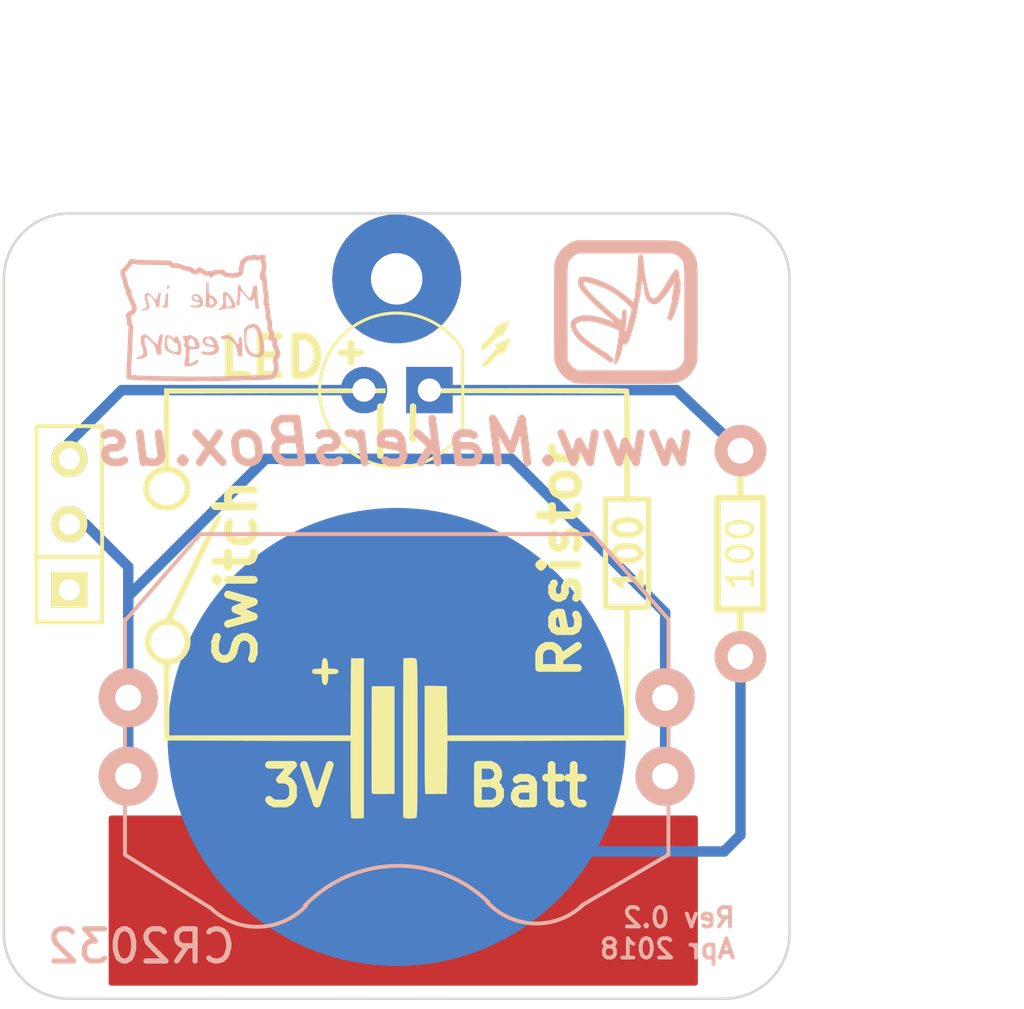
<source format=kicad_pcb>
(kicad_pcb (version 4) (host pcbnew 4.0.7)

  (general
    (links 7)
    (no_connects 0)
    (area 159.969999 72.339999 190.550001 102.920001)
    (thickness 1.6)
    (drawings 21)
    (tracks 22)
    (zones 0)
    (modules 9)
    (nets 6)
  )

  (page USLetter)
  (layers
    (0 F.Cu signal)
    (31 B.Cu signal)
    (34 B.Paste user)
    (35 F.Paste user)
    (36 B.SilkS user hide)
    (37 F.SilkS user)
    (38 B.Mask user)
    (39 F.Mask user)
    (40 Dwgs.User user)
    (44 Edge.Cuts user)
    (47 F.CrtYd user)
  )

  (setup
    (last_trace_width 0.1524)
    (user_trace_width 0.254)
    (user_trace_width 0.3048)
    (user_trace_width 0.4064)
    (user_trace_width 0.6096)
    (user_trace_width 2.032)
    (trace_clearance 0.1524)
    (zone_clearance 0.35)
    (zone_45_only no)
    (trace_min 0.1524)
    (segment_width 0.254)
    (edge_width 0.1)
    (via_size 0.6858)
    (via_drill 0.3302)
    (via_min_size 0.6858)
    (via_min_drill 0.3302)
    (user_via 1 0.5)
    (uvia_size 0.762)
    (uvia_drill 0.508)
    (uvias_allowed no)
    (uvia_min_size 0.508)
    (uvia_min_drill 0.127)
    (pcb_text_width 0.3)
    (pcb_text_size 1.5 1.5)
    (mod_edge_width 0.15)
    (mod_text_size 1 1)
    (mod_text_width 0.15)
    (pad_size 5 5)
    (pad_drill 2)
    (pad_to_mask_clearance 0)
    (aux_axis_origin 0 0)
    (grid_origin 210.82 95.25)
    (visible_elements 7FFCFFFF)
    (pcbplotparams
      (layerselection 0x010f0_80000001)
      (usegerberextensions true)
      (excludeedgelayer true)
      (linewidth 0.100000)
      (plotframeref false)
      (viasonmask false)
      (mode 1)
      (useauxorigin false)
      (hpglpennumber 1)
      (hpglpenspeed 20)
      (hpglpendiameter 15)
      (hpglpenoverlay 2)
      (psnegative false)
      (psa4output false)
      (plotreference true)
      (plotvalue true)
      (plotinvisibletext false)
      (padsonsilk false)
      (subtractmaskfromsilk false)
      (outputformat 1)
      (mirror false)
      (drillshape 0)
      (scaleselection 1)
      (outputdirectory gerbers/))
  )

  (net 0 "")
  (net 1 "Net-(BT1-Pad1)")
  (net 2 "Net-(D1-Pad1)")
  (net 3 "Net-(D1-Pad2)")
  (net 4 "Net-(BT1-Pad2)")
  (net 5 "Net-(SW1-Pad1)")

  (net_class Default "This is the default net class."
    (clearance 0.1524)
    (trace_width 0.1524)
    (via_dia 0.6858)
    (via_drill 0.3302)
    (uvia_dia 0.762)
    (uvia_drill 0.508)
    (add_net "Net-(BT1-Pad1)")
    (add_net "Net-(BT1-Pad2)")
    (add_net "Net-(D1-Pad1)")
    (add_net "Net-(D1-Pad2)")
    (add_net "Net-(SW1-Pad1)")
  )

  (module footprints:Resistor_Horz (layer F.Cu) (tedit 5AA1ED04) (tstamp 5A813C37)
    (at 188.595 85.598 270)
    (descr "Resistor, Axial,  RM 10mm, 1/3W,")
    (tags "Resistor, Axial, RM 10mm, 1/3W,")
    (path /59376ABD)
    (fp_text reference R1 (at 0 2.54 360) (layer F.SilkS) hide
      (effects (font (size 1 1) (thickness 0.15)))
    )
    (fp_text value 100 (at 0 0 270) (layer F.SilkS)
      (effects (font (size 1 1) (thickness 0.15)))
    )
    (fp_line (start 2.159 0.889) (end 2.159 -0.889) (layer F.SilkS) (width 0.254))
    (fp_line (start 2.159 -0.889) (end -2.159 -0.889) (layer F.SilkS) (width 0.254))
    (fp_line (start -2.159 0.889) (end 2.159 0.889) (layer F.SilkS) (width 0.254))
    (fp_line (start -2.159 0) (end -2.921 0) (layer F.SilkS) (width 0.254))
    (fp_line (start 2.159 0) (end 2.921 0) (layer F.SilkS) (width 0.254))
    (fp_line (start -2.159 0.889) (end -2.159 -0.889) (layer F.SilkS) (width 0.254))
    (pad 1 thru_hole circle (at -4 0 270) (size 1.99898 1.99898) (drill 1.00076) (layers *.Cu *.SilkS *.Mask)
      (net 2 "Net-(D1-Pad1)"))
    (pad 2 thru_hole circle (at 4 0 270) (size 1.99898 1.99898) (drill 1.00076) (layers *.Cu *.SilkS *.Mask)
      (net 4 "Net-(BT1-Pad2)"))
  )

  (module Pin_Headers:Pin_Header_Straight_1x01_Pitch2.54mm (layer F.Cu) (tedit 5AE3135B) (tstamp 5A812002)
    (at 175.26 74.93)
    (descr "Through hole straight pin header, 1x01, 2.54mm pitch, single row")
    (tags "Through hole pin header THT 1x01 2.54mm single row")
    (fp_text reference REF** (at 0 -2.33) (layer F.SilkS) hide
      (effects (font (size 1 1) (thickness 0.15)))
    )
    (fp_text value Pin_Header_Straight_1x01_Pitch2.54mm (at 0 1) (layer F.Fab) hide
      (effects (font (size 0.127 0.127) (thickness 0.03175)))
    )
    (fp_line (start -0.635 -1.27) (end 1.27 -1.27) (layer F.Fab) (width 0.1))
    (fp_line (start 1.27 -1.27) (end 1.27 1.27) (layer F.Fab) (width 0.1))
    (fp_line (start 1.27 1.27) (end -1.27 1.27) (layer F.Fab) (width 0.1))
    (fp_line (start -1.27 1.27) (end -1.27 -0.635) (layer F.Fab) (width 0.1))
    (fp_line (start -1.27 -0.635) (end -0.635 -1.27) (layer F.Fab) (width 0.1))
    (fp_line (start -1.8 -1.8) (end -1.8 1.8) (layer F.CrtYd) (width 0.05))
    (fp_line (start -1.8 1.8) (end 1.8 1.8) (layer F.CrtYd) (width 0.05))
    (fp_line (start 1.8 1.8) (end 1.8 -1.8) (layer F.CrtYd) (width 0.05))
    (fp_line (start 1.8 -1.8) (end -1.8 -1.8) (layer F.CrtYd) (width 0.05))
    (pad 1 thru_hole circle (at 0 0) (size 5 5) (drill 2) (layers *.Cu B.Mask))
  )

  (module myFootPrints:MadeInOregonRev25 (layer F.Cu) (tedit 0) (tstamp 5A8109E1)
    (at 167.64 76.454)
    (fp_text reference VAL (at 0 0) (layer F.SilkS) hide
      (effects (font (size 1.143 1.143) (thickness 0.1778)))
    )
    (fp_text value MadeInOregonRev25 (at 0 0) (layer F.SilkS) hide
      (effects (font (size 1.143 1.143) (thickness 0.1778)))
    )
    (fp_poly (pts (xy -3.09626 -1.76022) (xy -3.09626 -1.72212) (xy -3.09372 -1.69672) (xy -3.09118 -1.67386)
      (xy -3.0861 -1.65608) (xy -3.07594 -1.63576) (xy -3.0734 -1.62814) (xy -3.0607 -1.6002)
      (xy -3.05054 -1.5748) (xy -3.04038 -1.54432) (xy -3.03022 -1.50876) (xy -3.02006 -1.46304)
      (xy -3.00736 -1.4097) (xy -3.00228 -1.39192) (xy -2.98704 -1.31826) (xy -2.96926 -1.2573)
      (xy -2.95402 -1.20396) (xy -2.9337 -1.15824) (xy -2.91338 -1.1176) (xy -2.91338 -1.74752)
      (xy -2.91338 -1.76276) (xy -2.91084 -1.77546) (xy -2.90322 -1.78816) (xy -2.89052 -1.8034)
      (xy -2.86766 -1.82118) (xy -2.8575 -1.83134) (xy -2.82956 -1.8542) (xy -2.80416 -1.8796)
      (xy -2.78638 -1.90246) (xy -2.77876 -1.91008) (xy -2.76606 -1.92786) (xy -2.74574 -1.95326)
      (xy -2.72034 -1.98374) (xy -2.69494 -2.01422) (xy -2.6924 -2.01676) (xy -2.66954 -2.0447)
      (xy -2.64922 -2.0701) (xy -2.63652 -2.08788) (xy -2.6289 -2.09804) (xy -2.6289 -2.10058)
      (xy -2.62382 -2.10566) (xy -2.60604 -2.10566) (xy -2.58064 -2.10566) (xy -2.55016 -2.10058)
      (xy -2.51968 -2.0955) (xy -2.50952 -2.09296) (xy -2.49682 -2.09042) (xy -2.48412 -2.08534)
      (xy -2.46888 -2.08534) (xy -2.4511 -2.0828) (xy -2.4257 -2.08026) (xy -2.39268 -2.07772)
      (xy -2.35458 -2.07772) (xy -2.30632 -2.07518) (xy -2.2479 -2.07518) (xy -2.17678 -2.07264)
      (xy -2.09296 -2.0701) (xy -2.03962 -2.0701) (xy -1.95326 -2.06756) (xy -1.8669 -2.06756)
      (xy -1.78054 -2.06502) (xy -1.69672 -2.06502) (xy -1.61798 -2.06248) (xy -1.54686 -2.06248)
      (xy -1.48336 -2.06248) (xy -1.4351 -2.06248) (xy -1.4224 -2.06248) (xy -1.22936 -2.06248)
      (xy -1.1684 -2.00152) (xy -1.10744 -1.9431) (xy -1.0668 -1.9431) (xy -1.03886 -1.9431)
      (xy -1.0033 -1.94564) (xy -0.97536 -1.95072) (xy -0.94234 -1.95326) (xy -0.91186 -1.95072)
      (xy -0.87884 -1.94564) (xy -0.8382 -1.93548) (xy -0.79248 -1.9177) (xy -0.7366 -1.89484)
      (xy -0.72136 -1.88976) (xy -0.67818 -1.86944) (xy -0.64516 -1.85674) (xy -0.61722 -1.84912)
      (xy -0.59182 -1.84404) (xy -0.56388 -1.83896) (xy -0.5461 -1.83642) (xy -0.50038 -1.83134)
      (xy -0.46482 -1.82626) (xy -0.43688 -1.81864) (xy -0.41656 -1.80848) (xy -0.39624 -1.79578)
      (xy -0.37592 -1.77546) (xy -0.37338 -1.77292) (xy -0.35052 -1.7526) (xy -0.32512 -1.73482)
      (xy -0.30734 -1.72212) (xy -0.30734 -1.72212) (xy -0.28702 -1.71704) (xy -0.25654 -1.71196)
      (xy -0.22098 -1.70434) (xy -0.18288 -1.7018) (xy -0.14986 -1.69672) (xy -0.12446 -1.69672)
      (xy -0.10922 -1.69926) (xy -0.09652 -1.70688) (xy -0.07366 -1.71958) (xy -0.05334 -1.73736)
      (xy -0.03048 -1.75768) (xy -0.01524 -1.7653) (xy -0.00508 -1.76784) (xy 0 -1.7653)
      (xy 0.01016 -1.75768) (xy 0.03048 -1.74498) (xy 0.05842 -1.7272) (xy 0.0889 -1.70688)
      (xy 0.09652 -1.7018) (xy 0.18288 -1.64846) (xy 0.25908 -1.64592) (xy 0.29464 -1.64338)
      (xy 0.3175 -1.64084) (xy 0.3302 -1.6383) (xy 0.34036 -1.63322) (xy 0.34544 -1.6256)
      (xy 0.34798 -1.62052) (xy 0.3683 -1.59766) (xy 0.39624 -1.58242) (xy 0.42672 -1.5748)
      (xy 0.4318 -1.5748) (xy 0.45974 -1.58242) (xy 0.48768 -1.6002) (xy 0.51562 -1.63068)
      (xy 0.52578 -1.64338) (xy 0.53848 -1.65608) (xy 0.5461 -1.66624) (xy 0.55626 -1.67386)
      (xy 0.56896 -1.68148) (xy 0.58928 -1.68402) (xy 0.61468 -1.6891) (xy 0.65278 -1.69418)
      (xy 0.70104 -1.69672) (xy 0.71628 -1.69926) (xy 0.8255 -1.70942) (xy 0.85598 -1.68148)
      (xy 0.89154 -1.64846) (xy 0.9271 -1.62306) (xy 0.95758 -1.60274) (xy 0.96774 -1.59766)
      (xy 0.9906 -1.59258) (xy 1.02362 -1.5875) (xy 1.0668 -1.58242) (xy 1.11252 -1.57734)
      (xy 1.16332 -1.57226) (xy 1.21158 -1.56972) (xy 1.2573 -1.56972) (xy 1.25984 -1.56972)
      (xy 1.3081 -1.56972) (xy 1.35128 -1.5748) (xy 1.39446 -1.57988) (xy 1.44272 -1.59004)
      (xy 1.48844 -1.6002) (xy 1.52146 -1.61036) (xy 1.54686 -1.62306) (xy 1.56972 -1.63576)
      (xy 1.59258 -1.65608) (xy 1.61798 -1.68148) (xy 1.63576 -1.7018) (xy 1.651 -1.72212)
      (xy 1.65862 -1.74498) (xy 1.66624 -1.77292) (xy 1.67386 -1.80848) (xy 1.6764 -1.85166)
      (xy 1.68148 -1.90246) (xy 1.6891 -1.9812) (xy 1.7018 -2.04978) (xy 1.72212 -2.10566)
      (xy 1.74752 -2.15138) (xy 1.75006 -2.15646) (xy 1.77546 -2.18186) (xy 1.81356 -2.2098)
      (xy 1.82626 -2.21742) (xy 1.8542 -2.23012) (xy 1.87706 -2.24028) (xy 1.89484 -2.24282)
      (xy 1.9177 -2.24282) (xy 1.92024 -2.24282) (xy 1.95834 -2.24282) (xy 2.00152 -2.25044)
      (xy 2.032 -2.25806) (xy 2.0701 -2.27076) (xy 2.09804 -2.27584) (xy 2.11582 -2.27838)
      (xy 2.13106 -2.2733) (xy 2.1463 -2.26822) (xy 2.15392 -2.26314) (xy 2.1844 -2.2479)
      (xy 2.22758 -2.24282) (xy 2.27584 -2.2479) (xy 2.29108 -2.25298) (xy 2.31394 -2.25806)
      (xy 2.33426 -2.26314) (xy 2.34188 -2.26314) (xy 2.34188 -2.25806) (xy 2.34442 -2.23774)
      (xy 2.34442 -2.21488) (xy 2.34442 -2.21234) (xy 2.34442 -2.1844) (xy 2.34696 -2.16408)
      (xy 2.35204 -2.1463) (xy 2.36474 -2.12852) (xy 2.3876 -2.0955) (xy 2.37998 -1.97612)
      (xy 2.37744 -1.9304) (xy 2.37236 -1.89738) (xy 2.36982 -1.87198) (xy 2.36474 -1.8542)
      (xy 2.35966 -1.83896) (xy 2.35204 -1.82372) (xy 2.34696 -1.8161) (xy 2.33172 -1.78562)
      (xy 2.3241 -1.75768) (xy 2.3241 -1.73736) (xy 2.32156 -1.70942) (xy 2.31902 -1.68656)
      (xy 2.31648 -1.67894) (xy 2.31394 -1.66116) (xy 2.30886 -1.63576) (xy 2.30886 -1.60274)
      (xy 2.30886 -1.59004) (xy 2.30886 -1.55702) (xy 2.30886 -1.5367) (xy 2.31394 -1.52146)
      (xy 2.32156 -1.5113) (xy 2.33172 -1.4986) (xy 2.33426 -1.49606) (xy 2.35458 -1.48082)
      (xy 2.3749 -1.4732) (xy 2.37744 -1.47066) (xy 2.3876 -1.47066) (xy 2.39268 -1.46558)
      (xy 2.39776 -1.45034) (xy 2.4003 -1.42494) (xy 2.40284 -1.39192) (xy 2.40538 -1.35382)
      (xy 2.40538 -1.33096) (xy 2.40792 -1.28778) (xy 2.413 -1.2319) (xy 2.42062 -1.16078)
      (xy 2.43332 -1.07442) (xy 2.4511 -0.97536) (xy 2.4511 -0.96774) (xy 2.45872 -0.92456)
      (xy 2.4638 -0.88392) (xy 2.46888 -0.85344) (xy 2.47142 -0.83058) (xy 2.47396 -0.82296)
      (xy 2.47396 -0.81026) (xy 2.47142 -0.7874) (xy 2.47142 -0.75692) (xy 2.46888 -0.72644)
      (xy 2.46888 -0.69342) (xy 2.46634 -0.66294) (xy 2.4638 -0.64262) (xy 2.46126 -0.635)
      (xy 2.4511 -0.6096) (xy 2.44856 -0.57912) (xy 2.4511 -0.54864) (xy 2.46126 -0.52324)
      (xy 2.4765 -0.51054) (xy 2.48412 -0.49784) (xy 2.49174 -0.47244) (xy 2.5019 -0.4318)
      (xy 2.50952 -0.37592) (xy 2.51968 -0.30734) (xy 2.5273 -0.2286) (xy 2.53238 -0.16764)
      (xy 2.53746 -0.1143) (xy 2.54254 -0.0635) (xy 2.54762 -0.02032) (xy 2.5527 0.01524)
      (xy 2.55524 0.04064) (xy 2.55778 0.05334) (xy 2.56794 0.07366) (xy 2.5781 0.1016)
      (xy 2.58826 0.127) (xy 2.59588 0.14732) (xy 2.6035 0.16256) (xy 2.60604 0.18034)
      (xy 2.60858 0.20066) (xy 2.60858 0.22606) (xy 2.60604 0.25908) (xy 2.6035 0.3048)
      (xy 2.6035 0.32512) (xy 2.60096 0.37084) (xy 2.60096 0.4064) (xy 2.60604 0.43434)
      (xy 2.61366 0.45974) (xy 2.62636 0.48768) (xy 2.64668 0.5207) (xy 2.66446 0.5588)
      (xy 2.67462 0.58674) (xy 2.6797 0.61468) (xy 2.67462 0.64262) (xy 2.66446 0.68072)
      (xy 2.65938 0.69088) (xy 2.64668 0.72898) (xy 2.63906 0.75946) (xy 2.63906 0.77978)
      (xy 2.6416 0.79756) (xy 2.64922 0.8128) (xy 2.64922 0.81534) (xy 2.66446 0.83058)
      (xy 2.68986 0.84836) (xy 2.72034 0.86614) (xy 2.75336 0.87884) (xy 2.77368 0.88646)
      (xy 2.794 0.89154) (xy 2.794 0.98044) (xy 2.794 1.07188) (xy 2.82448 1.13538)
      (xy 2.8575 1.20396) (xy 2.8829 1.26238) (xy 2.90322 1.31064) (xy 2.91592 1.3462)
      (xy 2.921 1.36652) (xy 2.92354 1.3843) (xy 2.92354 1.39954) (xy 2.91592 1.41478)
      (xy 2.90068 1.4351) (xy 2.90068 1.43764) (xy 2.87274 1.47828) (xy 2.84988 1.51638)
      (xy 2.8321 1.5621) (xy 2.82448 1.59004) (xy 2.80924 1.64338) (xy 2.8321 1.74244)
      (xy 2.84734 1.80848) (xy 2.85496 1.86182) (xy 2.86004 1.90754) (xy 2.86004 1.94818)
      (xy 2.85242 1.98628) (xy 2.84226 2.02438) (xy 2.84226 2.02438) (xy 2.82702 2.06756)
      (xy 2.81432 2.10566) (xy 2.79908 2.13868) (xy 2.78892 2.16154) (xy 2.77876 2.1717)
      (xy 2.77876 2.17424) (xy 2.7686 2.17678) (xy 2.74828 2.1844) (xy 2.74066 2.18948)
      (xy 2.7178 2.1971) (xy 2.68224 2.20472) (xy 2.63398 2.2098) (xy 2.57302 2.21234)
      (xy 2.49682 2.21488) (xy 2.40792 2.21742) (xy 2.30632 2.21742) (xy 2.29616 2.21742)
      (xy 2.24028 2.21996) (xy 2.17424 2.21996) (xy 2.10058 2.2225) (xy 2.02184 2.2225)
      (xy 1.9431 2.22504) (xy 1.86944 2.23012) (xy 1.84912 2.23012) (xy 1.6129 2.23774)
      (xy 1.38684 2.2479) (xy 1.16332 2.25298) (xy 0.9398 2.25806) (xy 0.71882 2.26314)
      (xy 0.4953 2.26568) (xy 0.26924 2.26822) (xy 0.03556 2.26822) (xy -0.2032 2.26822)
      (xy -0.45466 2.26822) (xy -0.71628 2.26568) (xy -0.84836 2.26314) (xy -1.03378 2.2606)
      (xy -1.20396 2.25806) (xy -1.36144 2.25552) (xy -1.50622 2.25298) (xy -1.64084 2.25044)
      (xy -1.7653 2.2479) (xy -1.88214 2.24536) (xy -1.98882 2.24282) (xy -2.08788 2.23774)
      (xy -2.17932 2.2352) (xy -2.26822 2.23266) (xy -2.35204 2.22758) (xy -2.39776 2.22504)
      (xy -2.46126 2.2225) (xy -2.51968 2.21742) (xy -2.57302 2.21488) (xy -2.61874 2.21234)
      (xy -2.65176 2.2098) (xy -2.67462 2.2098) (xy -2.68732 2.2098) (xy -2.68732 2.2098)
      (xy -2.68732 2.20218) (xy -2.68478 2.17932) (xy -2.68478 2.1463) (xy -2.68224 2.09804)
      (xy -2.6797 2.03962) (xy -2.67716 1.97104) (xy -2.67208 1.8923) (xy -2.66954 1.80594)
      (xy -2.66446 1.70942) (xy -2.65938 1.60782) (xy -2.65684 1.50114) (xy -2.65176 1.38684)
      (xy -2.64414 1.27) (xy -2.64414 1.25476) (xy -2.63906 1.11506) (xy -2.63398 0.98806)
      (xy -2.6289 0.87376) (xy -2.62382 0.77216) (xy -2.61874 0.68326) (xy -2.6162 0.60452)
      (xy -2.61366 0.53848) (xy -2.61112 0.47752) (xy -2.61112 0.42926) (xy -2.61112 0.38608)
      (xy -2.61112 0.35306) (xy -2.61112 0.32258) (xy -2.61112 0.29972) (xy -2.61366 0.28194)
      (xy -2.6162 0.2667) (xy -2.61874 0.25654) (xy -2.62128 0.24638) (xy -2.62636 0.23876)
      (xy -2.63144 0.23368) (xy -2.63652 0.22606) (xy -2.6416 0.21844) (xy -2.6543 0.2032)
      (xy -2.66192 0.18796) (xy -2.66446 0.17272) (xy -2.66192 0.14732) (xy -2.66192 0.13716)
      (xy -2.66192 0.1016) (xy -2.66446 0.06858) (xy -2.67462 0.02794) (xy -2.67462 0.0254)
      (xy -2.68732 -0.01778) (xy -2.69494 -0.04826) (xy -2.69748 -0.07112) (xy -2.69748 -0.08382)
      (xy -2.69494 -0.09398) (xy -2.68732 -0.09906) (xy -2.68732 -0.1016) (xy -2.66954 -0.10668)
      (xy -2.64668 -0.1143) (xy -2.63652 -0.1143) (xy -2.60858 -0.12192) (xy -2.58572 -0.13208)
      (xy -2.5654 -0.14732) (xy -2.54762 -0.17018) (xy -2.52476 -0.20574) (xy -2.50698 -0.2413)
      (xy -2.4638 -0.3302) (xy -2.47142 -0.40894) (xy -2.4765 -0.43942) (xy -2.48158 -0.46736)
      (xy -2.4892 -0.49276) (xy -2.49682 -0.5207) (xy -2.50952 -0.55626) (xy -2.52984 -0.59944)
      (xy -2.53492 -0.61214) (xy -2.55524 -0.66294) (xy -2.5781 -0.71374) (xy -2.60096 -0.76708)
      (xy -2.62128 -0.8128) (xy -2.63144 -0.83058) (xy -2.64668 -0.86868) (xy -2.65938 -0.89662)
      (xy -2.667 -0.91694) (xy -2.66954 -0.92964) (xy -2.667 -0.9398) (xy -2.667 -0.94996)
      (xy -2.65938 -0.97536) (xy -2.65938 -1.00584) (xy -2.66954 -1.03886) (xy -2.68732 -1.0795)
      (xy -2.71272 -1.12776) (xy -2.71526 -1.1303) (xy -2.73812 -1.17094) (xy -2.75844 -1.2065)
      (xy -2.77368 -1.23698) (xy -2.78384 -1.26746) (xy -2.79654 -1.30048) (xy -2.8067 -1.34112)
      (xy -2.81686 -1.38684) (xy -2.82702 -1.43256) (xy -2.84226 -1.49606) (xy -2.85496 -1.54686)
      (xy -2.86512 -1.5875) (xy -2.87528 -1.62052) (xy -2.88544 -1.64846) (xy -2.89306 -1.67132)
      (xy -2.90068 -1.68148) (xy -2.9083 -1.70942) (xy -2.91338 -1.7399) (xy -2.91338 -1.74752)
      (xy -2.91338 -1.1176) (xy -2.91084 -1.11506) (xy -2.90576 -1.09982) (xy -2.88798 -1.07188)
      (xy -2.87782 -1.04902) (xy -2.87274 -1.03632) (xy -2.87274 -1.02616) (xy -2.87782 -1.016)
      (xy -2.88036 -0.99822) (xy -2.8829 -0.98044) (xy -2.87782 -0.95758) (xy -2.8702 -0.92964)
      (xy -2.85496 -0.89408) (xy -2.83464 -0.84582) (xy -2.8194 -0.81534) (xy -2.78384 -0.73406)
      (xy -2.74828 -0.65786) (xy -2.72034 -0.58928) (xy -2.69494 -0.52832) (xy -2.67462 -0.47752)
      (xy -2.66192 -0.43688) (xy -2.6543 -0.40894) (xy -2.6543 -0.4064) (xy -2.64922 -0.37846)
      (xy -2.65176 -0.36068) (xy -2.65684 -0.34036) (xy -2.66446 -0.32766) (xy -2.67462 -0.30734)
      (xy -2.68732 -0.29464) (xy -2.70256 -0.28702) (xy -2.72542 -0.28194) (xy -2.73812 -0.2794)
      (xy -2.75336 -0.27686) (xy -2.77114 -0.2667) (xy -2.78892 -0.25146) (xy -2.81686 -0.22606)
      (xy -2.82448 -0.2159) (xy -2.84988 -0.1905) (xy -2.86766 -0.17272) (xy -2.87782 -0.16002)
      (xy -2.8829 -0.14732) (xy -2.8829 -0.13208) (xy -2.8829 -0.12192) (xy -2.88036 -0.06858)
      (xy -2.86766 -0.00762) (xy -2.85242 0.05588) (xy -2.8448 0.08382) (xy -2.84226 0.10668)
      (xy -2.84226 0.12954) (xy -2.8448 0.16002) (xy -2.84734 0.1651) (xy -2.84988 0.19812)
      (xy -2.84988 0.22606) (xy -2.84226 0.24892) (xy -2.82448 0.27686) (xy -2.8067 0.29972)
      (xy -2.78384 0.32766) (xy -2.82702 1.3081) (xy -2.8321 1.42748) (xy -2.83718 1.54432)
      (xy -2.84226 1.65608) (xy -2.84734 1.76276) (xy -2.84988 1.86182) (xy -2.85496 1.95326)
      (xy -2.8575 2.03708) (xy -2.86004 2.11074) (xy -2.86258 2.17424) (xy -2.86512 2.22758)
      (xy -2.86512 2.26822) (xy -2.86512 2.29616) (xy -2.86512 2.3114) (xy -2.86512 2.3114)
      (xy -2.85496 2.3368) (xy -2.83464 2.35966) (xy -2.81178 2.3749) (xy -2.8067 2.37744)
      (xy -2.794 2.37998) (xy -2.76606 2.38252) (xy -2.72796 2.38506) (xy -2.6797 2.39014)
      (xy -2.62128 2.39268) (xy -2.55778 2.39776) (xy -2.48412 2.4003) (xy -2.40792 2.40538)
      (xy -2.32664 2.40792) (xy -2.24536 2.413) (xy -2.16154 2.41554) (xy -2.08026 2.41808)
      (xy -1.99898 2.42062) (xy -1.92278 2.42316) (xy -1.85166 2.4257) (xy -1.80848 2.42824)
      (xy -1.74752 2.42824) (xy -1.67386 2.43078) (xy -1.59004 2.43078) (xy -1.4986 2.43332)
      (xy -1.397 2.43586) (xy -1.29032 2.43586) (xy -1.1811 2.4384) (xy -1.0668 2.4384)
      (xy -0.95504 2.44094) (xy -0.84582 2.44348) (xy -0.80264 2.44348) (xy -0.70104 2.44348)
      (xy -0.59944 2.44602) (xy -0.50038 2.44602) (xy -0.40386 2.44856) (xy -0.31496 2.44856)
      (xy -0.23114 2.44856) (xy -0.15748 2.4511) (xy -0.09398 2.4511) (xy -0.04064 2.4511)
      (xy 0 2.4511) (xy 0.02286 2.4511) (xy 0.05842 2.4511) (xy 0.10922 2.4511)
      (xy 0.17018 2.4511) (xy 0.2413 2.4511) (xy 0.3175 2.4511) (xy 0.39878 2.44856)
      (xy 0.4826 2.44856) (xy 0.56642 2.44602) (xy 0.60198 2.44602) (xy 0.75692 2.44348)
      (xy 0.90678 2.4384) (xy 1.0541 2.43586) (xy 1.1938 2.43078) (xy 1.32588 2.42824)
      (xy 1.45034 2.42316) (xy 1.56464 2.42062) (xy 1.66624 2.41808) (xy 1.7526 2.413)
      (xy 1.77038 2.413) (xy 1.82626 2.41046) (xy 1.8923 2.40792) (xy 1.96342 2.40792)
      (xy 2.03454 2.40538) (xy 2.10312 2.40538) (xy 2.12852 2.40538) (xy 2.19456 2.40538)
      (xy 2.26822 2.40284) (xy 2.3495 2.40284) (xy 2.42824 2.39776) (xy 2.50444 2.39522)
      (xy 2.54254 2.39522) (xy 2.75844 2.38252) (xy 2.82956 2.3495) (xy 2.86258 2.33172)
      (xy 2.88798 2.31902) (xy 2.90576 2.30632) (xy 2.91084 2.30124) (xy 2.92608 2.28092)
      (xy 2.94132 2.25044) (xy 2.96164 2.2098) (xy 2.97942 2.16662) (xy 2.9972 2.12344)
      (xy 3.01244 2.08534) (xy 3.02514 2.0447) (xy 3.03276 2.01168) (xy 3.03784 1.98628)
      (xy 3.04038 1.9558) (xy 3.04038 1.93548) (xy 3.0353 1.86182) (xy 3.0226 1.778)
      (xy 3.00736 1.70434) (xy 2.99974 1.66878) (xy 2.99974 1.64084) (xy 3.00736 1.61036)
      (xy 3.0226 1.57734) (xy 3.04546 1.53924) (xy 3.0607 1.52146) (xy 3.08356 1.4859)
      (xy 3.0988 1.4605) (xy 3.10642 1.4351) (xy 3.10896 1.4097) (xy 3.10642 1.37668)
      (xy 3.0988 1.33858) (xy 3.09118 1.3081) (xy 3.07848 1.26746) (xy 3.0607 1.22174)
      (xy 3.04038 1.1684) (xy 3.01498 1.1176) (xy 2.99466 1.07442) (xy 2.98704 1.05664)
      (xy 2.97942 1.0414) (xy 2.97688 1.02362) (xy 2.97434 1.0033) (xy 2.97434 0.97282)
      (xy 2.97434 0.93218) (xy 2.97434 0.9271) (xy 2.9718 0.87884) (xy 2.96926 0.8382)
      (xy 2.96418 0.81026) (xy 2.95148 0.7874) (xy 2.9337 0.76708) (xy 2.90576 0.7493)
      (xy 2.86766 0.72898) (xy 2.84734 0.71882) (xy 2.84734 0.7112) (xy 2.84988 0.69342)
      (xy 2.85496 0.66802) (xy 2.8575 0.6604) (xy 2.86258 0.61468) (xy 2.86258 0.5842)
      (xy 2.86258 0.57658) (xy 2.84988 0.5334) (xy 2.82956 0.48768) (xy 2.8067 0.44196)
      (xy 2.79908 0.42926) (xy 2.79146 0.41656) (xy 2.78638 0.40386) (xy 2.7813 0.38862)
      (xy 2.7813 0.37084) (xy 2.7813 0.34798) (xy 2.7813 0.3175) (xy 2.78638 0.27432)
      (xy 2.79146 0.22098) (xy 2.79146 0.21844) (xy 2.79146 0.19304) (xy 2.79146 0.16764)
      (xy 2.78384 0.1397) (xy 2.77622 0.11176) (xy 2.76352 0.07874) (xy 2.75336 0.04826)
      (xy 2.7432 0.0254) (xy 2.74066 0.02032) (xy 2.73558 0.00762) (xy 2.7305 -0.0127)
      (xy 2.72796 -0.04064) (xy 2.72288 -0.07874) (xy 2.7178 -0.12954) (xy 2.71272 -0.1905)
      (xy 2.7051 -0.25908) (xy 2.69748 -0.32512) (xy 2.68986 -0.38862) (xy 2.6797 -0.44958)
      (xy 2.67208 -0.50292) (xy 2.66446 -0.5461) (xy 2.6543 -0.57658) (xy 2.65176 -0.58674)
      (xy 2.65176 -0.60452) (xy 2.6543 -0.6223) (xy 2.65684 -0.6477) (xy 2.65176 -0.68326)
      (xy 2.65176 -0.68326) (xy 2.64668 -0.71628) (xy 2.64922 -0.75184) (xy 2.65176 -0.76962)
      (xy 2.6543 -0.79248) (xy 2.65684 -0.8128) (xy 2.6543 -0.83566) (xy 2.65176 -0.8636)
      (xy 2.64414 -0.90424) (xy 2.6416 -0.91948) (xy 2.62382 -1.01346) (xy 2.61112 -1.09982)
      (xy 2.60096 -1.1811) (xy 2.59334 -1.26238) (xy 2.58572 -1.35128) (xy 2.58064 -1.42748)
      (xy 2.5781 -1.49352) (xy 2.57302 -1.54432) (xy 2.57048 -1.58496) (xy 2.5654 -1.61544)
      (xy 2.56286 -1.6383) (xy 2.55524 -1.65608) (xy 2.54762 -1.66878) (xy 2.53746 -1.6764)
      (xy 2.52984 -1.68402) (xy 2.51714 -1.69418) (xy 2.51206 -1.70688) (xy 2.5146 -1.72466)
      (xy 2.52222 -1.75006) (xy 2.53238 -1.77546) (xy 2.53238 -1.77546) (xy 2.54 -1.78816)
      (xy 2.54254 -1.79832) (xy 2.54762 -1.81102) (xy 2.55016 -1.8288) (xy 2.5527 -1.85166)
      (xy 2.55524 -1.88214) (xy 2.55778 -1.92532) (xy 2.56286 -1.97866) (xy 2.56286 -2.0066)
      (xy 2.57302 -2.159) (xy 2.54762 -2.18948) (xy 2.52222 -2.21996) (xy 2.52984 -2.29616)
      (xy 2.53238 -2.34442) (xy 2.53238 -2.37998) (xy 2.52984 -2.40538) (xy 2.51968 -2.4257)
      (xy 2.50698 -2.44094) (xy 2.50444 -2.44348) (xy 2.4892 -2.45618) (xy 2.47142 -2.46126)
      (xy 2.44856 -2.4638) (xy 2.42062 -2.4638) (xy 2.38252 -2.45618) (xy 2.33172 -2.44602)
      (xy 2.32664 -2.44348) (xy 2.2352 -2.42316) (xy 2.19964 -2.44348) (xy 2.17424 -2.45618)
      (xy 2.15138 -2.4638) (xy 2.12344 -2.4638) (xy 2.09296 -2.45872) (xy 2.04978 -2.4511)
      (xy 2.0193 -2.44348) (xy 1.98374 -2.43332) (xy 1.9558 -2.4257) (xy 1.93802 -2.42316)
      (xy 1.92024 -2.4257) (xy 1.90754 -2.42824) (xy 1.88722 -2.43078) (xy 1.86944 -2.43078)
      (xy 1.84912 -2.42824) (xy 1.82372 -2.41808) (xy 1.79324 -2.40284) (xy 1.76022 -2.38506)
      (xy 1.71958 -2.3622) (xy 1.6891 -2.34442) (xy 1.66624 -2.32664) (xy 1.64846 -2.3114)
      (xy 1.63068 -2.29362) (xy 1.6129 -2.27076) (xy 1.59258 -2.2479) (xy 1.57734 -2.22504)
      (xy 1.56718 -2.20472) (xy 1.55702 -2.17932) (xy 1.54432 -2.1463) (xy 1.53162 -2.10312)
      (xy 1.52908 -2.09296) (xy 1.51638 -2.0447) (xy 1.50876 -2.00406) (xy 1.50368 -1.96596)
      (xy 1.4986 -1.92278) (xy 1.4986 -1.90754) (xy 1.49606 -1.86182) (xy 1.49352 -1.8288)
      (xy 1.4859 -1.80594) (xy 1.4732 -1.7907) (xy 1.45288 -1.778) (xy 1.4224 -1.77038)
      (xy 1.39446 -1.76276) (xy 1.3335 -1.7526) (xy 1.26238 -1.74752) (xy 1.18364 -1.75006)
      (xy 1.10998 -1.75768) (xy 1.03124 -1.7653) (xy 0.9652 -1.82372) (xy 0.9398 -1.84912)
      (xy 0.9144 -1.8669) (xy 0.89408 -1.88214) (xy 0.88392 -1.88722) (xy 0.86868 -1.88722)
      (xy 0.84328 -1.88722) (xy 0.80518 -1.88722) (xy 0.762 -1.88214) (xy 0.7112 -1.8796)
      (xy 0.6604 -1.87452) (xy 0.6096 -1.86944) (xy 0.56642 -1.86436) (xy 0.52324 -1.85674)
      (xy 0.49276 -1.85166) (xy 0.47244 -1.8415) (xy 0.45974 -1.83642) (xy 0.44958 -1.8288)
      (xy 0.43942 -1.82372) (xy 0.42418 -1.82118) (xy 0.40386 -1.82118) (xy 0.37592 -1.82118)
      (xy 0.33782 -1.82118) (xy 0.23622 -1.82372) (xy 0.13208 -1.8923) (xy 0.09398 -1.9177)
      (xy 0.06096 -1.93802) (xy 0.03302 -1.9558) (xy 0.0127 -1.96596) (xy 0.00508 -1.97104)
      (xy -0.02286 -1.97866) (xy -0.04826 -1.97358) (xy -0.07874 -1.95834) (xy -0.1143 -1.92786)
      (xy -0.11684 -1.92532) (xy -0.1397 -1.905) (xy -0.15748 -1.8923) (xy -0.17272 -1.88468)
      (xy -0.18796 -1.88214) (xy -0.19304 -1.88214) (xy -0.21082 -1.88468) (xy -0.22352 -1.88722)
      (xy -0.2413 -1.89992) (xy -0.26162 -1.9177) (xy -0.27178 -1.92786) (xy -0.30226 -1.95326)
      (xy -0.33528 -1.97358) (xy -0.37338 -1.98882) (xy -0.41656 -1.99898) (xy -0.47244 -2.00914)
      (xy -0.50038 -2.01168) (xy -0.53848 -2.01676) (xy -0.56896 -2.02438) (xy -0.59944 -2.03454)
      (xy -0.635 -2.04724) (xy -0.66548 -2.05994) (xy -0.70866 -2.07772) (xy -0.75692 -2.0955)
      (xy -0.80264 -2.11074) (xy -0.83058 -2.11836) (xy -0.86868 -2.12598) (xy -0.89662 -2.1336)
      (xy -0.91948 -2.1336) (xy -0.94234 -2.1336) (xy -0.97282 -2.13106) (xy -1.03378 -2.12344)
      (xy -1.0922 -2.17678) (xy -1.12776 -2.2098) (xy -1.1557 -2.23012) (xy -1.17348 -2.2352)
      (xy -1.18618 -2.23774) (xy -1.21412 -2.23774) (xy -1.24968 -2.24028) (xy -1.2954 -2.24028)
      (xy -1.3462 -2.24028) (xy -1.40208 -2.24028) (xy -1.40462 -2.24028) (xy -1.48844 -2.24028)
      (xy -1.57734 -2.24282) (xy -1.66878 -2.24282) (xy -1.76022 -2.24282) (xy -1.85166 -2.24536)
      (xy -1.94056 -2.2479) (xy -2.02438 -2.2479) (xy -2.10566 -2.25044) (xy -2.18186 -2.25298)
      (xy -2.25044 -2.25552) (xy -2.30886 -2.25806) (xy -2.35966 -2.2606) (xy -2.39776 -2.26314)
      (xy -2.42316 -2.26568) (xy -2.43586 -2.26822) (xy -2.45364 -2.27076) (xy -2.48666 -2.27584)
      (xy -2.52476 -2.28092) (xy -2.5654 -2.28346) (xy -2.58572 -2.286) (xy -2.63144 -2.28854)
      (xy -2.66446 -2.29108) (xy -2.68732 -2.29108) (xy -2.7051 -2.29108) (xy -2.7178 -2.28854)
      (xy -2.72796 -2.28346) (xy -2.7305 -2.28092) (xy -2.7559 -2.2606) (xy -2.77876 -2.22758)
      (xy -2.78892 -2.19202) (xy -2.79654 -2.17678) (xy -2.81178 -2.15392) (xy -2.8321 -2.13106)
      (xy -2.83718 -2.12344) (xy -2.86258 -2.09296) (xy -2.88544 -2.06502) (xy -2.90576 -2.04216)
      (xy -2.9083 -2.03708) (xy -2.92354 -2.0193) (xy -2.94894 -1.9939) (xy -2.97688 -1.96596)
      (xy -3.00482 -1.93802) (xy -3.03276 -1.91262) (xy -3.05816 -1.88976) (xy -3.07594 -1.87198)
      (xy -3.0861 -1.85928) (xy -3.0861 -1.85928) (xy -3.09118 -1.8415) (xy -3.09626 -1.81102)
      (xy -3.09626 -1.77038) (xy -3.09626 -1.76022) (xy -3.09626 -1.76022)) (layer B.SilkS) (width 0.00254))
    (fp_poly (pts (xy -0.67056 0.70358) (xy -0.67056 0.72136) (xy -0.66802 0.72644) (xy -0.66548 0.74676)
      (xy -0.65532 0.7747) (xy -0.64262 0.80772) (xy -0.63246 0.83312) (xy -0.61468 0.8763)
      (xy -0.60198 0.90932) (xy -0.59436 0.93218) (xy -0.59182 0.94996) (xy -0.5969 0.9652)
      (xy -0.60198 0.9779) (xy -0.61722 0.99568) (xy -0.63246 1.01092) (xy -0.64516 1.02362)
      (xy -0.6477 1.03632) (xy -0.64262 1.05156) (xy -0.62484 1.07188) (xy -0.6223 1.07696)
      (xy -0.59944 1.10236) (xy -0.5842 1.12522) (xy -0.57404 1.14554) (xy -0.56896 1.17348)
      (xy -0.56388 1.2065) (xy -0.56134 1.24968) (xy -0.56134 1.26238) (xy -0.56134 1.31572)
      (xy -0.56134 1.36652) (xy -0.56642 1.41986) (xy -0.5715 1.47828) (xy -0.58166 1.54686)
      (xy -0.59182 1.62306) (xy -0.59944 1.66116) (xy -0.60706 1.71704) (xy -0.61468 1.76022)
      (xy -0.61722 1.79324) (xy -0.61976 1.8161) (xy -0.61722 1.83388) (xy -0.61468 1.84658)
      (xy -0.6096 1.85674) (xy -0.6096 1.85928) (xy -0.60198 1.8669) (xy -0.59436 1.86944)
      (xy -0.58166 1.87198) (xy -0.56134 1.87452) (xy -0.53086 1.87452) (xy -0.51308 1.87452)
      (xy -0.47752 1.87452) (xy -0.45974 1.87198) (xy -0.45974 0.94234) (xy -0.45212 0.89662)
      (xy -0.43688 0.85344) (xy -0.41402 0.81788) (xy -0.40894 0.81026) (xy -0.38354 0.79502)
      (xy -0.35306 0.79248) (xy -0.32258 0.8001) (xy -0.2921 0.81788) (xy -0.26162 0.84582)
      (xy -0.23622 0.87884) (xy -0.21844 0.91948) (xy -0.21336 0.92964) (xy -0.20828 0.9525)
      (xy -0.2032 0.98044) (xy -0.19812 1.01092) (xy -0.19304 1.0414) (xy -0.1905 1.06934)
      (xy -0.18796 1.08712) (xy -0.1905 1.09728) (xy -0.20066 1.09982) (xy -0.22098 1.1049)
      (xy -0.24892 1.10998) (xy -0.2794 1.11252) (xy -0.30734 1.11506) (xy -0.3302 1.1176)
      (xy -0.34036 1.1176) (xy -0.36322 1.10998) (xy -0.38862 1.09474) (xy -0.39878 1.08458)
      (xy -0.4191 1.06172) (xy -0.43688 1.03886) (xy -0.44196 1.02616) (xy -0.4572 0.98806)
      (xy -0.45974 0.94234) (xy -0.45974 1.87198) (xy -0.4445 1.87198) (xy -0.42164 1.87198)
      (xy -0.41148 1.86944) (xy -0.37338 1.86182) (xy -0.3302 1.85166) (xy -0.28448 1.83642)
      (xy -0.24384 1.82372) (xy -0.21336 1.80848) (xy -0.20828 1.80848) (xy -0.17018 1.78562)
      (xy -0.13462 1.75768) (xy -0.10414 1.7272) (xy -0.08382 1.69926) (xy -0.07112 1.67386)
      (xy -0.07112 1.651) (xy -0.07112 1.651) (xy -0.08382 1.63068) (xy -0.10414 1.6129)
      (xy -0.12446 1.60528) (xy -0.12446 1.60528) (xy -0.1397 1.6129) (xy -0.16256 1.62814)
      (xy -0.19558 1.65608) (xy -0.20066 1.65862) (xy -0.24384 1.69672) (xy -0.28702 1.72466)
      (xy -0.3302 1.74498) (xy -0.37084 1.75768) (xy -0.40386 1.76276) (xy -0.4318 1.75514)
      (xy -0.43942 1.75006) (xy -0.44958 1.74244) (xy -0.45212 1.73482) (xy -0.45212 1.71958)
      (xy -0.44704 1.69672) (xy -0.4445 1.69418) (xy -0.44196 1.67386) (xy -0.43688 1.64338)
      (xy -0.4318 1.60274) (xy -0.42926 1.55194) (xy -0.42418 1.4859) (xy -0.4191 1.4097)
      (xy -0.41402 1.31826) (xy -0.41148 1.29286) (xy -0.4064 1.20142) (xy -0.27178 1.20142)
      (xy -0.21336 1.20142) (xy -0.17018 1.20142) (xy -0.13462 1.19888) (xy -0.10668 1.19126)
      (xy -0.08636 1.18364) (xy -0.06858 1.1684) (xy -0.0508 1.15316) (xy -0.04572 1.14808)
      (xy -0.03048 1.12776) (xy -0.0254 1.11506) (xy -0.0254 1.09474) (xy -0.02794 1.08458)
      (xy -0.04318 0.99822) (xy -0.06858 0.92202) (xy -0.1016 0.85598) (xy -0.14224 0.8001)
      (xy -0.1524 0.78994) (xy -0.18796 0.75692) (xy -0.22352 0.73406) (xy -0.26416 0.71374)
      (xy -0.29718 0.70104) (xy -0.3302 0.68834) (xy -0.36322 0.6731) (xy -0.37846 0.66548)
      (xy -0.4191 0.64262) (xy -0.44704 0.66548) (xy -0.4699 0.68326) (xy -0.49022 0.69596)
      (xy -0.51308 0.6985) (xy -0.54102 0.69596) (xy -0.57404 0.69088) (xy -0.60706 0.68326)
      (xy -0.62992 0.68326) (xy -0.64516 0.68326) (xy -0.65532 0.6858) (xy -0.66802 0.69342)
      (xy -0.67056 0.70358) (xy -0.67056 0.70358)) (layer B.SilkS) (width 0.00254))
    (fp_poly (pts (xy -2.47904 1.55448) (xy -2.47142 1.56464) (xy -2.47142 1.56718) (xy -2.45364 1.5748)
      (xy -2.4257 1.57988) (xy -2.39014 1.58242) (xy -2.3495 1.57988) (xy -2.30886 1.57734)
      (xy -2.29108 1.57226) (xy -2.24536 1.5621) (xy -2.1971 1.54686) (xy -2.15392 1.52654)
      (xy -2.11836 1.50622) (xy -2.0955 1.49098) (xy -2.08026 1.47828) (xy -2.07264 1.46558)
      (xy -2.06756 1.44526) (xy -2.06248 1.41986) (xy -2.05994 1.41224) (xy -2.0574 1.35636)
      (xy -2.06248 1.30048) (xy -2.07518 1.23698) (xy -2.09804 1.16586) (xy -2.10312 1.14808)
      (xy -2.13106 1.0668) (xy -2.15138 0.99568) (xy -2.16408 0.93218) (xy -2.16916 0.87376)
      (xy -2.16916 0.86614) (xy -2.16662 0.81788) (xy -2.159 0.77978) (xy -2.1463 0.75692)
      (xy -2.12598 0.74676) (xy -2.10058 0.75184) (xy -2.0955 0.75184) (xy -2.07772 0.76454)
      (xy -2.04978 0.78486) (xy -2.0193 0.81026) (xy -1.98628 0.8382) (xy -1.95326 0.86868)
      (xy -1.92278 0.89662) (xy -1.91516 0.90678) (xy -1.8415 0.99314) (xy -1.78308 1.08458)
      (xy -1.73736 1.17602) (xy -1.70688 1.27) (xy -1.69672 1.3335) (xy -1.69164 1.36398)
      (xy -1.68402 1.39192) (xy -1.6764 1.4097) (xy -1.6764 1.4097) (xy -1.66878 1.41986)
      (xy -1.66116 1.4224) (xy -1.64592 1.42494) (xy -1.62306 1.4224) (xy -1.59258 1.41732)
      (xy -1.55702 1.41224) (xy -1.51892 1.40462) (xy -1.51384 1.32334) (xy -1.5113 1.28016)
      (xy -1.5113 1.22936) (xy -1.50876 1.1811) (xy -1.50876 1.16078) (xy -1.50876 1.11252)
      (xy -1.50622 1.06426) (xy -1.50114 1.016) (xy -1.49606 0.96266) (xy -1.4859 0.89916)
      (xy -1.47574 0.82804) (xy -1.46812 0.78232) (xy -1.4605 0.7366) (xy -1.45542 0.69596)
      (xy -1.45034 0.6604) (xy -1.4478 0.63754) (xy -1.4478 0.62484) (xy -1.4478 0.6223)
      (xy -1.45796 0.61468) (xy -1.47574 0.61214) (xy -1.50114 0.61722) (xy -1.52654 0.62992)
      (xy -1.54686 0.64516) (xy -1.56464 0.66548) (xy -1.57988 0.69342) (xy -1.59512 0.73152)
      (xy -1.61036 0.77978) (xy -1.62306 0.84328) (xy -1.6256 0.84836) (xy -1.6383 0.9017)
      (xy -1.64592 0.94488) (xy -1.65608 0.97536) (xy -1.66116 0.99568) (xy -1.66624 1.00838)
      (xy -1.67132 1.01346) (xy -1.6764 1.016) (xy -1.6764 1.016) (xy -1.68402 1.01092)
      (xy -1.7018 0.99568) (xy -1.7272 0.97536) (xy -1.75768 0.94742) (xy -1.79324 0.9144)
      (xy -1.83134 0.8763) (xy -1.83388 0.87376) (xy -1.89992 0.81026) (xy -1.9558 0.75946)
      (xy -2.00152 0.71628) (xy -2.04216 0.68326) (xy -2.07772 0.65786) (xy -2.10566 0.64008)
      (xy -2.13106 0.62992) (xy -2.15392 0.62484) (xy -2.17678 0.62738) (xy -2.19964 0.63246)
      (xy -2.2225 0.64516) (xy -2.24282 0.65786) (xy -2.26822 0.67564) (xy -2.286 0.69342)
      (xy -2.29616 0.71882) (xy -2.30378 0.7493) (xy -2.30632 0.78994) (xy -2.30886 0.83566)
      (xy -2.30632 0.90424) (xy -2.30124 0.96266) (xy -2.28854 1.01346) (xy -2.27076 1.0668)
      (xy -2.26314 1.08712) (xy -2.24028 1.14808) (xy -2.2225 1.20904) (xy -2.21234 1.26746)
      (xy -2.20472 1.3208) (xy -2.20726 1.36906) (xy -2.21234 1.39954) (xy -2.21996 1.41732)
      (xy -2.23266 1.43256) (xy -2.25298 1.4478) (xy -2.28092 1.4605) (xy -2.31902 1.47574)
      (xy -2.3622 1.49098) (xy -2.39776 1.50368) (xy -2.42824 1.51638) (xy -2.45364 1.52908)
      (xy -2.4638 1.5367) (xy -2.4765 1.54686) (xy -2.47904 1.55448) (xy -2.47904 1.55448)) (layer B.SilkS) (width 0.00254))
    (fp_poly (pts (xy 1.69672 0.45974) (xy 1.69672 0.49784) (xy 1.69672 0.54356) (xy 1.69926 0.59944)
      (xy 1.7018 0.65786) (xy 1.7018 0.72136) (xy 1.70434 0.78486) (xy 1.70688 0.84836)
      (xy 1.70942 0.90678) (xy 1.71196 0.96012) (xy 1.7145 1.0033) (xy 1.71704 1.03886)
      (xy 1.71958 1.05664) (xy 1.7272 1.11252) (xy 1.74244 1.16332) (xy 1.7526 1.19634)
      (xy 1.76784 1.22936) (xy 1.78054 1.26238) (xy 1.78562 1.27762) (xy 1.78562 0.90424)
      (xy 1.78562 0.86614) (xy 1.78816 0.81788) (xy 1.78816 0.77978) (xy 1.7907 0.70358)
      (xy 1.79578 0.63754) (xy 1.80086 0.5842) (xy 1.80848 0.54102) (xy 1.8161 0.50292)
      (xy 1.8288 0.47244) (xy 1.83642 0.4572) (xy 1.85674 0.42418) (xy 1.8796 0.40386)
      (xy 1.91262 0.39116) (xy 1.95326 0.38862) (xy 1.95326 0.38862) (xy 1.9812 0.38862)
      (xy 1.99898 0.38354) (xy 2.01168 0.37592) (xy 2.01676 0.37084) (xy 2.03708 0.35306)
      (xy 2.05994 0.35052) (xy 2.0828 0.36068) (xy 2.11074 0.38354) (xy 2.11836 0.39116)
      (xy 2.15646 0.43942) (xy 2.19202 0.50038) (xy 2.2225 0.57404) (xy 2.25044 0.65532)
      (xy 2.2733 0.74676) (xy 2.286 0.80772) (xy 2.29362 0.86614) (xy 2.30124 0.92964)
      (xy 2.30632 0.99568) (xy 2.3114 1.06172) (xy 2.31394 1.12522) (xy 2.31648 1.18364)
      (xy 2.31648 1.23698) (xy 2.31394 1.28016) (xy 2.30886 1.31064) (xy 2.30886 1.31572)
      (xy 2.29362 1.34874) (xy 2.26822 1.37922) (xy 2.24028 1.39954) (xy 2.22758 1.40208)
      (xy 2.20726 1.40716) (xy 2.19202 1.4097) (xy 2.17424 1.4097) (xy 2.15138 1.40716)
      (xy 2.14376 1.40462) (xy 2.09296 1.38938) (xy 2.03962 1.36398) (xy 1.98882 1.3335)
      (xy 1.94564 1.29794) (xy 1.91008 1.25984) (xy 1.90246 1.24968) (xy 1.88976 1.22682)
      (xy 1.87452 1.1938) (xy 1.85674 1.15316) (xy 1.83896 1.10998) (xy 1.82118 1.0668)
      (xy 1.80594 1.02616) (xy 1.79578 0.99568) (xy 1.79578 0.99314) (xy 1.79324 0.97536)
      (xy 1.78816 0.95504) (xy 1.78816 0.93218) (xy 1.78562 0.90424) (xy 1.78562 1.27762)
      (xy 1.7907 1.29286) (xy 1.79324 1.29794) (xy 1.81356 1.33096) (xy 1.84404 1.36906)
      (xy 1.88468 1.40462) (xy 1.93294 1.44018) (xy 1.94818 1.4478) (xy 1.9685 1.4605)
      (xy 1.98882 1.47066) (xy 2.00914 1.47828) (xy 2.032 1.4859) (xy 2.06248 1.49098)
      (xy 2.10058 1.4986) (xy 2.15138 1.50876) (xy 2.159 1.50876) (xy 2.20726 1.51638)
      (xy 2.24028 1.52146) (xy 2.26822 1.524) (xy 2.28854 1.52146) (xy 2.30632 1.51892)
      (xy 2.3241 1.5113) (xy 2.32918 1.50876) (xy 2.3622 1.48844) (xy 2.39776 1.4605)
      (xy 2.42824 1.42748) (xy 2.4511 1.39446) (xy 2.45364 1.38938) (xy 2.46634 1.36398)
      (xy 2.47396 1.33604) (xy 2.47904 1.3081) (xy 2.48158 1.27254) (xy 2.48158 1.2319)
      (xy 2.47904 1.18364) (xy 2.47396 1.12522) (xy 2.46634 1.05664) (xy 2.45618 0.97536)
      (xy 2.44856 0.92964) (xy 2.43332 0.81788) (xy 2.413 0.71882) (xy 2.39522 0.62992)
      (xy 2.3749 0.55626) (xy 2.35458 0.49022) (xy 2.32918 0.43434) (xy 2.30378 0.38354)
      (xy 2.27584 0.3429) (xy 2.25044 0.31242) (xy 2.20472 0.27178) (xy 2.15392 0.24384)
      (xy 2.09804 0.2286) (xy 2.0447 0.22352) (xy 2.01676 0.22606) (xy 1.99898 0.23114)
      (xy 1.9812 0.2413) (xy 1.9812 0.24384) (xy 1.9558 0.25908) (xy 1.92024 0.2667)
      (xy 1.91262 0.26924) (xy 1.87706 0.27432) (xy 1.84404 0.28956) (xy 1.81102 0.31242)
      (xy 1.77292 0.34544) (xy 1.75006 0.3683) (xy 1.72466 0.3937) (xy 1.70942 0.41148)
      (xy 1.7018 0.42672) (xy 1.69672 0.43942) (xy 1.69672 0.45466) (xy 1.69672 0.45974)
      (xy 1.69672 0.45974)) (layer B.SilkS) (width 0.00254))
    (fp_poly (pts (xy 0.77978 0.74168) (xy 0.7874 0.75946) (xy 0.8001 0.7747) (xy 0.83566 0.80264)
      (xy 0.87376 0.81788) (xy 0.91948 0.82042) (xy 0.97028 0.81026) (xy 0.98298 0.80772)
      (xy 1.0287 0.79502) (xy 1.07188 0.79248) (xy 1.10998 0.80264) (xy 1.15062 0.8255)
      (xy 1.1938 0.86106) (xy 1.22428 0.889) (xy 1.28778 0.96266) (xy 1.33858 1.03378)
      (xy 1.37922 1.10998) (xy 1.4097 1.18872) (xy 1.43256 1.27762) (xy 1.44526 1.34366)
      (xy 1.45288 1.39446) (xy 1.4605 1.43002) (xy 1.46812 1.45542) (xy 1.47574 1.46812)
      (xy 1.48336 1.4732) (xy 1.49352 1.47574) (xy 1.51638 1.47828) (xy 1.54686 1.48336)
      (xy 1.56464 1.48336) (xy 1.6383 1.48844) (xy 1.63322 1.45034) (xy 1.63068 1.4351)
      (xy 1.63068 1.40462) (xy 1.62814 1.36398) (xy 1.6256 1.31572) (xy 1.6256 1.2573)
      (xy 1.62306 1.19634) (xy 1.62052 1.1303) (xy 1.62052 1.10998) (xy 1.62052 1.04394)
      (xy 1.61798 0.98044) (xy 1.61544 0.92456) (xy 1.6129 0.87376) (xy 1.61036 0.83312)
      (xy 1.61036 0.80264) (xy 1.60782 0.78486) (xy 1.60782 0.78232) (xy 1.59512 0.7493)
      (xy 1.57734 0.73152) (xy 1.55702 0.72644) (xy 1.5367 0.73406) (xy 1.52146 0.74422)
      (xy 1.50114 0.76962) (xy 1.49098 0.79502) (xy 1.48844 0.82296) (xy 1.49098 0.84582)
      (xy 1.49098 0.87122) (xy 1.49098 0.9017) (xy 1.48844 0.93218) (xy 1.4859 0.9652)
      (xy 1.48082 0.9906) (xy 1.47574 1.00838) (xy 1.47066 1.016) (xy 1.45796 1.01092)
      (xy 1.44018 0.99568) (xy 1.41986 0.97536) (xy 1.39446 0.94996) (xy 1.37414 0.92456)
      (xy 1.35382 0.89916) (xy 1.34112 0.88138) (xy 1.34112 0.87884) (xy 1.31826 0.84074)
      (xy 1.28778 0.80264) (xy 1.24714 0.76454) (xy 1.20142 0.72898) (xy 1.1557 0.6985)
      (xy 1.11252 0.67818) (xy 1.1049 0.67564) (xy 1.06426 0.66802) (xy 1.016 0.66548)
      (xy 0.96012 0.67056) (xy 0.9017 0.68072) (xy 0.87884 0.68834) (xy 0.83312 0.70104)
      (xy 0.80264 0.71374) (xy 0.78486 0.72644) (xy 0.77978 0.74168) (xy 0.77978 0.74168)) (layer B.SilkS) (width 0.00254))
    (fp_poly (pts (xy 0.0381 1.34112) (xy 0.0381 1.35636) (xy 0.04572 1.36652) (xy 0.0635 1.37922)
      (xy 0.06604 1.38176) (xy 0.1016 1.39446) (xy 0.14732 1.40716) (xy 0.20066 1.41732)
      (xy 0.25908 1.42494) (xy 0.32004 1.43002) (xy 0.381 1.43256) (xy 0.43688 1.43002)
      (xy 0.4826 1.42494) (xy 0.49784 1.4224) (xy 0.55626 1.40462) (xy 0.6096 1.37922)
      (xy 0.65532 1.34874) (xy 0.68834 1.31572) (xy 0.70358 1.29032) (xy 0.7112 1.26746)
      (xy 0.71374 1.23444) (xy 0.71628 1.20142) (xy 0.71882 1.16332) (xy 0.71628 1.12522)
      (xy 0.71374 1.0922) (xy 0.70866 1.0668) (xy 0.70104 1.04902) (xy 0.69342 1.04648)
      (xy 0.68834 1.03886) (xy 0.68072 1.02362) (xy 0.67564 1.00076) (xy 0.6731 0.98044)
      (xy 0.6731 0.97028) (xy 0.66802 0.94996) (xy 0.65786 0.91948) (xy 0.64008 0.889)
      (xy 0.6223 0.85598) (xy 0.60198 0.83058) (xy 0.59944 0.83058) (xy 0.57658 0.80772)
      (xy 0.5461 0.78232) (xy 0.508 0.75692) (xy 0.47244 0.73406) (xy 0.43942 0.71882)
      (xy 0.42672 0.71374) (xy 0.4064 0.7112) (xy 0.37846 0.7112) (xy 0.3429 0.7112)
      (xy 0.32004 0.71374) (xy 0.2667 0.71628) (xy 0.22606 0.72136) (xy 0.19558 0.72644)
      (xy 0.17272 0.7366) (xy 0.15494 0.74676) (xy 0.14732 0.75438) (xy 0.11938 0.78486)
      (xy 0.10414 0.82042) (xy 0.09906 0.8636) (xy 0.09906 0.88392) (xy 0.10668 0.94488)
      (xy 0.127 0.99314) (xy 0.15748 1.03124) (xy 0.19558 1.06172) (xy 0.19558 0.85598)
      (xy 0.20828 0.83312) (xy 0.23114 0.8128) (xy 0.26162 0.8001) (xy 0.29718 0.79248)
      (xy 0.33782 0.79502) (xy 0.35306 0.8001) (xy 0.38608 0.81534) (xy 0.4191 0.84328)
      (xy 0.45212 0.87884) (xy 0.4826 0.92202) (xy 0.50546 0.96774) (xy 0.508 0.9779)
      (xy 0.51562 1.0033) (xy 0.51816 1.02108) (xy 0.51308 1.03378) (xy 0.50038 1.0414)
      (xy 0.47498 1.0414) (xy 0.43942 1.03632) (xy 0.39116 1.02616) (xy 0.3683 1.02362)
      (xy 0.33528 1.01346) (xy 0.3048 1.0033) (xy 0.28194 0.99568) (xy 0.27432 0.9906)
      (xy 0.254 0.97282) (xy 0.23368 0.94742) (xy 0.21336 0.91948) (xy 0.20066 0.89408)
      (xy 0.19812 0.88392) (xy 0.19558 0.85598) (xy 0.19558 1.06172) (xy 0.19812 1.06172)
      (xy 0.2286 1.07442) (xy 0.24892 1.08204) (xy 0.26924 1.08966) (xy 0.28956 1.09474)
      (xy 0.3175 1.09982) (xy 0.35306 1.10744) (xy 0.39878 1.11506) (xy 0.41656 1.1176)
      (xy 0.4699 1.12776) (xy 0.51054 1.13792) (xy 0.53848 1.15316) (xy 0.55372 1.1684)
      (xy 0.55626 1.18872) (xy 0.54864 1.21158) (xy 0.54864 1.21412) (xy 0.52578 1.2446)
      (xy 0.49022 1.27254) (xy 0.4445 1.29794) (xy 0.39624 1.31318) (xy 0.34036 1.3208)
      (xy 0.27686 1.3208) (xy 0.2032 1.31064) (xy 0.18796 1.3081) (xy 0.14986 1.30048)
      (xy 0.12446 1.2954) (xy 0.10668 1.2954) (xy 0.09398 1.2954) (xy 0.08128 1.29794)
      (xy 0.06858 1.30556) (xy 0.0508 1.31572) (xy 0.04064 1.33096) (xy 0.0381 1.34112)
      (xy 0.0381 1.34112)) (layer B.SilkS) (width 0.00254))
    (fp_poly (pts (xy -1.38938 0.9398) (xy -1.38684 0.9906) (xy -1.38684 1.03886) (xy -1.3843 1.08458)
      (xy -1.38176 1.12522) (xy -1.37668 1.1557) (xy -1.37414 1.1684) (xy -1.36144 1.19634)
      (xy -1.33096 1.2319) (xy -1.31826 1.2446) (xy -1.29794 1.26238) (xy -1.29794 0.9017)
      (xy -1.29794 0.85598) (xy -1.2954 0.82042) (xy -1.29286 0.81788) (xy -1.28016 0.78994)
      (xy -1.26238 0.76708) (xy -1.23952 0.75184) (xy -1.22174 0.74676) (xy -1.2065 0.75184)
      (xy -1.18618 0.762) (xy -1.16078 0.77978) (xy -1.16078 0.77978) (xy -1.13792 0.8001)
      (xy -1.10998 0.82296) (xy -1.08204 0.8509) (xy -1.05156 0.87884) (xy -1.02616 0.90678)
      (xy -1.00584 0.92964) (xy -0.9906 0.94996) (xy -0.98552 0.96012) (xy -0.98298 0.97028)
      (xy -0.96774 0.9779) (xy -0.94234 0.98044) (xy -0.92456 0.98044) (xy -0.88646 0.98298)
      (xy -0.8763 1.016) (xy -0.87122 1.03632) (xy -0.86614 1.06934) (xy -0.86106 1.1049)
      (xy -0.85852 1.12268) (xy -0.85598 1.17348) (xy -0.85598 1.2192) (xy -0.86106 1.25476)
      (xy -0.86868 1.2827) (xy -0.87884 1.29286) (xy -0.9017 1.30556) (xy -0.93218 1.31064)
      (xy -0.97536 1.3081) (xy -1.02616 1.29794) (xy -1.06934 1.28778) (xy -1.12522 1.26746)
      (xy -1.1684 1.24714) (xy -1.20396 1.2192) (xy -1.22936 1.18618) (xy -1.25222 1.14554)
      (xy -1.26492 1.10744) (xy -1.27762 1.05918) (xy -1.28778 1.00584) (xy -1.2954 0.9525)
      (xy -1.29794 0.9017) (xy -1.29794 1.26238) (xy -1.27508 1.2827) (xy -1.22174 1.31572)
      (xy -1.15824 1.3462) (xy -1.08458 1.3716) (xy -0.99822 1.397) (xy -0.9271 1.41224)
      (xy -0.889 1.41986) (xy -0.85598 1.42748) (xy -0.83058 1.43256) (xy -0.81534 1.4351)
      (xy -0.8128 1.4351) (xy -0.80264 1.42748) (xy -0.78994 1.41478) (xy -0.77724 1.39954)
      (xy -0.75692 1.36906) (xy -0.74422 1.3335) (xy -0.7366 1.29286) (xy -0.73152 1.24206)
      (xy -0.73152 1.22174) (xy -0.7366 1.14046) (xy -0.74676 1.06426) (xy -0.76454 0.9906)
      (xy -0.79248 0.9144) (xy -0.8255 0.84074) (xy -0.84074 0.80772) (xy -0.85598 0.77724)
      (xy -0.86614 0.75438) (xy -0.87122 0.74168) (xy -0.88138 0.7239) (xy -0.90424 0.7112)
      (xy -0.92964 0.70612) (xy -0.9525 0.7112) (xy -0.97282 0.72136) (xy -0.97282 0.72136)
      (xy -0.98044 0.7366) (xy -0.98552 0.75692) (xy -0.98552 0.75946) (xy -0.9906 0.77978)
      (xy -1.0033 0.78994) (xy -1.01854 0.78486) (xy -1.04394 0.76962) (xy -1.04648 0.76708)
      (xy -1.1049 0.7239) (xy -1.1557 0.69342) (xy -1.20142 0.6731) (xy -1.24206 0.66548)
      (xy -1.27762 0.66802) (xy -1.31318 0.68326) (xy -1.32334 0.68834) (xy -1.3462 0.70866)
      (xy -1.36144 0.7366) (xy -1.37414 0.77216) (xy -1.38176 0.82042) (xy -1.38684 0.85344)
      (xy -1.38684 0.89408) (xy -1.38938 0.9398) (xy -1.38938 0.9398)) (layer B.SilkS) (width 0.00254))
    (fp_poly (pts (xy -2.27076 -0.31496) (xy -2.26568 -0.30734) (xy -2.2606 -0.30226) (xy -2.24028 -0.29972)
      (xy -2.21234 -0.29972) (xy -2.17678 -0.30226) (xy -2.14122 -0.3048) (xy -2.1209 -0.30988)
      (xy -2.08026 -0.32258) (xy -2.04216 -0.34036) (xy -2.00914 -0.35814) (xy -1.99136 -0.37338)
      (xy -1.98374 -0.38354) (xy -1.97866 -0.39624) (xy -1.97612 -0.41656) (xy -1.97612 -0.44704)
      (xy -1.97612 -0.4572) (xy -1.97866 -0.49784) (xy -1.9812 -0.52832) (xy -1.98882 -0.5588)
      (xy -1.99898 -0.58166) (xy -2.0193 -0.6477) (xy -2.03708 -0.70866) (xy -2.04724 -0.762)
      (xy -2.05486 -0.81026) (xy -2.05232 -0.8509) (xy -2.04724 -0.87884) (xy -2.03454 -0.89662)
      (xy -2.02946 -0.89916) (xy -2.01422 -0.89916) (xy -1.9939 -0.89154) (xy -1.9685 -0.87376)
      (xy -1.93548 -0.84582) (xy -1.90754 -0.82042) (xy -1.83896 -0.7493) (xy -1.78816 -0.67564)
      (xy -1.74752 -0.60452) (xy -1.72212 -0.52832) (xy -1.7145 -0.48768) (xy -1.70688 -0.45212)
      (xy -1.7018 -0.42926) (xy -1.69164 -0.41656) (xy -1.6764 -0.41148) (xy -1.651 -0.41402)
      (xy -1.6256 -0.4191) (xy -1.58496 -0.42672) (xy -1.58242 -0.508) (xy -1.57734 -0.65024)
      (xy -1.55956 -0.80264) (xy -1.5494 -0.86868) (xy -1.54432 -0.90678) (xy -1.53924 -0.94234)
      (xy -1.53416 -0.96774) (xy -1.53162 -0.98298) (xy -1.53162 -0.98552) (xy -1.5367 -0.99314)
      (xy -1.55194 -0.99314) (xy -1.5748 -0.9906) (xy -1.59258 -0.98298) (xy -1.60528 -0.97282)
      (xy -1.61544 -0.96266) (xy -1.6256 -0.94488) (xy -1.63576 -0.91948) (xy -1.64592 -0.88392)
      (xy -1.65862 -0.83566) (xy -1.66116 -0.82042) (xy -1.67132 -0.78232) (xy -1.67894 -0.7493)
      (xy -1.68656 -0.7239) (xy -1.69418 -0.7112) (xy -1.69418 -0.70866) (xy -1.7018 -0.7112)
      (xy -1.71958 -0.7239) (xy -1.75006 -0.7493) (xy -1.78816 -0.78232) (xy -1.8161 -0.81026)
      (xy -1.87198 -0.8636) (xy -1.9177 -0.90424) (xy -1.95326 -0.93726) (xy -1.98374 -0.96012)
      (xy -2.00914 -0.97536) (xy -2.02692 -0.98298) (xy -2.04216 -0.98552) (xy -2.07518 -0.98044)
      (xy -2.1082 -0.96266) (xy -2.1336 -0.9398) (xy -2.14122 -0.92964) (xy -2.1463 -0.91948)
      (xy -2.15138 -0.90678) (xy -2.15138 -0.889) (xy -2.15138 -0.8636) (xy -2.15138 -0.8255)
      (xy -2.14884 -0.81788) (xy -2.14884 -0.77724) (xy -2.1463 -0.74676) (xy -2.14122 -0.72136)
      (xy -2.13614 -0.6985) (xy -2.12598 -0.6731) (xy -2.1209 -0.65278) (xy -2.09804 -0.59436)
      (xy -2.08534 -0.53848) (xy -2.07772 -0.49022) (xy -2.07772 -0.44958) (xy -2.08534 -0.42418)
      (xy -2.10058 -0.40386) (xy -2.13106 -0.38354) (xy -2.17678 -0.3683) (xy -2.21488 -0.3556)
      (xy -2.24536 -0.34036) (xy -2.26314 -0.32766) (xy -2.27076 -0.31496) (xy -2.27076 -0.31496)) (layer B.SilkS) (width 0.00254))
    (fp_poly (pts (xy 0.6985 -0.33528) (xy 0.6985 -0.32766) (xy 0.70866 -0.32258) (xy 0.73152 -0.32258)
      (xy 0.762 -0.32258) (xy 0.8001 -0.32512) (xy 0.84074 -0.33274) (xy 0.8509 -0.33274)
      (xy 0.89408 -0.3429) (xy 0.93726 -0.35814) (xy 0.96266 -0.3683) (xy 0.98806 -0.37846)
      (xy 0.9906 -0.381) (xy 0.9906 -0.77724) (xy 0.9906 -0.81534) (xy 0.9906 -0.84328)
      (xy 0.99314 -0.86106) (xy 0.99568 -0.87376) (xy 0.99822 -0.88138) (xy 1.0033 -0.88646)
      (xy 1.01092 -0.89408) (xy 1.01854 -0.89408) (xy 1.0287 -0.88392) (xy 1.04394 -0.86868)
      (xy 1.06426 -0.84328) (xy 1.08458 -0.8128) (xy 1.10236 -0.78486) (xy 1.1176 -0.75692)
      (xy 1.13792 -0.71882) (xy 1.15824 -0.68326) (xy 1.1684 -0.66548) (xy 1.1938 -0.6223)
      (xy 1.20904 -0.58928) (xy 1.2192 -0.56134) (xy 1.22428 -0.53594) (xy 1.22428 -0.51054)
      (xy 1.22428 -0.508) (xy 1.22174 -0.48768) (xy 1.21412 -0.47498) (xy 1.19888 -0.46482)
      (xy 1.17602 -0.45974) (xy 1.143 -0.4572) (xy 1.1049 -0.45466) (xy 1.0668 -0.4572)
      (xy 1.03886 -0.4572) (xy 1.02362 -0.46228) (xy 1.016 -0.46736) (xy 1.00838 -0.48514)
      (xy 1.0033 -0.51562) (xy 0.99822 -0.56388) (xy 0.99314 -0.62484) (xy 0.9906 -0.70104)
      (xy 0.9906 -0.72644) (xy 0.9906 -0.77724) (xy 0.9906 -0.381) (xy 1.00584 -0.38608)
      (xy 1.01854 -0.38608) (xy 1.0287 -0.38354) (xy 1.05664 -0.37338) (xy 1.08712 -0.37084)
      (xy 1.12776 -0.3683) (xy 1.17602 -0.37084) (xy 1.19888 -0.37338) (xy 1.25222 -0.37846)
      (xy 1.29032 -0.38354) (xy 1.31572 -0.39116) (xy 1.33604 -0.40386) (xy 1.3462 -0.4191)
      (xy 1.35128 -0.43942) (xy 1.35128 -0.4699) (xy 1.35128 -0.48006) (xy 1.35128 -0.51562)
      (xy 1.3462 -0.54864) (xy 1.33604 -0.58166) (xy 1.3208 -0.61722) (xy 1.30048 -0.6604)
      (xy 1.27254 -0.70866) (xy 1.24968 -0.74422) (xy 1.22936 -0.77724) (xy 1.20904 -0.81026)
      (xy 1.19126 -0.84074) (xy 1.18618 -0.84582) (xy 1.16078 -0.88646) (xy 1.12268 -0.92456)
      (xy 1.08204 -0.96012) (xy 1.04394 -0.98806) (xy 1.03124 -0.99568) (xy 0.98806 -1.01092)
      (xy 0.9525 -1.016) (xy 0.91948 -1.00838) (xy 0.89662 -0.98806) (xy 0.88138 -0.96012)
      (xy 0.87884 -0.94742) (xy 0.8763 -0.92964) (xy 0.8763 -0.9017) (xy 0.87884 -0.8636)
      (xy 0.88138 -0.81788) (xy 0.88392 -0.76708) (xy 0.88392 -0.75184) (xy 0.88646 -0.68834)
      (xy 0.889 -0.63754) (xy 0.889 -0.59944) (xy 0.889 -0.56896) (xy 0.88392 -0.5461)
      (xy 0.87884 -0.53086) (xy 0.87122 -0.5207) (xy 0.8636 -0.51054) (xy 0.84836 -0.49276)
      (xy 0.83566 -0.4699) (xy 0.83566 -0.4699) (xy 0.8255 -0.44704) (xy 0.80518 -0.42418)
      (xy 0.77978 -0.40386) (xy 0.75438 -0.39116) (xy 0.74422 -0.38862) (xy 0.73152 -0.381)
      (xy 0.71628 -0.36576) (xy 0.70612 -0.34798) (xy 0.6985 -0.33528) (xy 0.6985 -0.33528)) (layer B.SilkS) (width 0.00254))
    (fp_poly (pts (xy 1.39954 -0.5207) (xy 1.40208 -0.508) (xy 1.40208 -0.50546) (xy 1.41224 -0.50292)
      (xy 1.4351 -0.50038) (xy 1.4605 -0.4953) (xy 1.46304 -0.4953) (xy 1.51384 -0.49022)
      (xy 1.51892 -0.53848) (xy 1.52146 -0.5588) (xy 1.524 -0.59182) (xy 1.52654 -0.635)
      (xy 1.53162 -0.68326) (xy 1.53416 -0.73914) (xy 1.53924 -0.79502) (xy 1.54432 -0.86614)
      (xy 1.5494 -0.92456) (xy 1.55448 -0.97028) (xy 1.55956 -1.00584) (xy 1.5621 -1.03124)
      (xy 1.56718 -1.04648) (xy 1.57226 -1.0541) (xy 1.57734 -1.05664) (xy 1.57988 -1.05664)
      (xy 1.5875 -1.04902) (xy 1.6002 -1.03378) (xy 1.62052 -1.00838) (xy 1.64592 -0.97536)
      (xy 1.67386 -0.9398) (xy 1.67894 -0.93472) (xy 1.7272 -0.87122) (xy 1.77038 -0.81788)
      (xy 1.80594 -0.77724) (xy 1.83896 -0.74422) (xy 1.86436 -0.72136) (xy 1.88976 -0.70612)
      (xy 1.905 -0.6985) (xy 1.92786 -0.68834) (xy 1.94564 -0.68072) (xy 1.95072 -0.67564)
      (xy 1.96596 -0.66802) (xy 1.98628 -0.66548) (xy 2.0066 -0.6731) (xy 2.01422 -0.67818)
      (xy 2.02438 -0.69088) (xy 2.03708 -0.7112) (xy 2.05486 -0.7366) (xy 2.05486 -0.7366)
      (xy 2.07518 -0.76708) (xy 2.09042 -0.78232) (xy 2.09804 -0.78486) (xy 2.10312 -0.78486)
      (xy 2.1082 -0.77978) (xy 2.11074 -0.77216) (xy 2.11328 -0.75946) (xy 2.11582 -0.73914)
      (xy 2.1209 -0.70866) (xy 2.12344 -0.66802) (xy 2.12598 -0.61722) (xy 2.12852 -0.56388)
      (xy 2.1336 -0.49784) (xy 2.13868 -0.44704) (xy 2.14376 -0.40894) (xy 2.14884 -0.38608)
      (xy 2.15392 -0.37592) (xy 2.16662 -0.37084) (xy 2.18948 -0.36576) (xy 2.21488 -0.36576)
      (xy 2.23774 -0.36576) (xy 2.25806 -0.37084) (xy 2.27076 -0.381) (xy 2.27584 -0.39624)
      (xy 2.2733 -0.42164) (xy 2.26568 -0.44958) (xy 2.25806 -0.47752) (xy 2.25044 -0.50546)
      (xy 2.24536 -0.53594) (xy 2.24028 -0.56896) (xy 2.23774 -0.6096) (xy 2.23266 -0.65532)
      (xy 2.23012 -0.70866) (xy 2.22758 -0.7747) (xy 2.2225 -0.8509) (xy 2.21996 -0.9398)
      (xy 2.21996 -0.98298) (xy 2.21488 -1.0541) (xy 2.21234 -1.10998) (xy 2.2098 -1.1557)
      (xy 2.20726 -1.18872) (xy 2.20218 -1.21666) (xy 2.19964 -1.23444) (xy 2.19202 -1.24714)
      (xy 2.1844 -1.25476) (xy 2.1844 -1.25476) (xy 2.16916 -1.26238) (xy 2.14376 -1.26238)
      (xy 2.11836 -1.26238) (xy 2.09296 -1.2573) (xy 2.09042 -1.25476) (xy 2.07264 -1.24714)
      (xy 2.05994 -1.2319) (xy 2.04978 -1.20904) (xy 2.04216 -1.17348) (xy 2.03454 -1.13792)
      (xy 2.0193 -1.04394) (xy 2.00152 -0.96266) (xy 1.98628 -0.89662) (xy 1.9685 -0.84582)
      (xy 1.95072 -0.81026) (xy 1.9431 -0.79756) (xy 1.93294 -0.7874) (xy 1.92024 -0.7874)
      (xy 1.905 -0.79248) (xy 1.88722 -0.80264) (xy 1.85928 -0.8255) (xy 1.8288 -0.85852)
      (xy 1.79324 -0.89408) (xy 1.75514 -0.93726) (xy 1.71704 -0.98044) (xy 1.68148 -1.02616)
      (xy 1.64846 -1.07188) (xy 1.61798 -1.11252) (xy 1.59512 -1.14808) (xy 1.57734 -1.17602)
      (xy 1.57226 -1.1938) (xy 1.55956 -1.23698) (xy 1.54432 -1.27) (xy 1.524 -1.28778)
      (xy 1.50368 -1.29032) (xy 1.49606 -1.29032) (xy 1.48336 -1.28016) (xy 1.4732 -1.26492)
      (xy 1.46558 -1.23952) (xy 1.45796 -1.20396) (xy 1.45288 -1.15824) (xy 1.45034 -1.09982)
      (xy 1.45034 -1.0287) (xy 1.45034 -0.98552) (xy 1.4478 -0.89916) (xy 1.44526 -0.82804)
      (xy 1.44018 -0.76708) (xy 1.4351 -0.71374) (xy 1.42748 -0.67056) (xy 1.41986 -0.64262)
      (xy 1.4097 -0.6096) (xy 1.40208 -0.57404) (xy 1.39954 -0.54356) (xy 1.39954 -0.5207)
      (xy 1.39954 -0.5207)) (layer B.SilkS) (width 0.00254))
    (fp_poly (pts (xy -1.4859 -0.44704) (xy -1.47574 -0.43688) (xy -1.45542 -0.42418) (xy -1.43002 -0.41402)
      (xy -1.40462 -0.40386) (xy -1.38176 -0.40132) (xy -1.35382 -0.40132) (xy -1.3208 -0.40386)
      (xy -1.31318 -0.40386) (xy -1.29032 -0.41148) (xy -1.27508 -0.42164) (xy -1.27 -0.42418)
      (xy -1.27 -0.43434) (xy -1.26746 -0.45974) (xy -1.26492 -0.49276) (xy -1.26238 -0.53594)
      (xy -1.25984 -0.5842) (xy -1.2573 -0.63754) (xy -1.25476 -0.69342) (xy -1.25476 -0.75184)
      (xy -1.25222 -0.80518) (xy -1.25222 -0.85598) (xy -1.25222 -0.88138) (xy -1.25222 -0.9144)
      (xy -1.25222 -0.93472) (xy -1.25476 -0.94742) (xy -1.25984 -0.9525) (xy -1.26746 -0.95504)
      (xy -1.27 -0.95504) (xy -1.29794 -0.95504) (xy -1.3208 -0.94234) (xy -1.33096 -0.9271)
      (xy -1.3335 -0.9144) (xy -1.33858 -0.889) (xy -1.34112 -0.85344) (xy -1.3462 -0.81026)
      (xy -1.35128 -0.76454) (xy -1.35382 -0.75438) (xy -1.3589 -0.68834) (xy -1.36398 -0.63246)
      (xy -1.3716 -0.58928) (xy -1.37668 -0.55626) (xy -1.38176 -0.5334) (xy -1.39192 -0.51308)
      (xy -1.40208 -0.50038) (xy -1.41478 -0.49022) (xy -1.43002 -0.4826) (xy -1.4478 -0.47244)
      (xy -1.47066 -0.46228) (xy -1.48336 -0.45212) (xy -1.4859 -0.44704) (xy -1.4859 -0.44704)) (layer B.SilkS) (width 0.00254))
    (fp_poly (pts (xy 0.15748 -0.47244) (xy 0.19812 -0.45212) (xy 0.2286 -0.43942) (xy 0.2667 -0.42926)
      (xy 0.30988 -0.4191) (xy 0.35052 -0.41148) (xy 0.35052 -0.71374) (xy 0.35306 -0.74422)
      (xy 0.35306 -0.7493) (xy 0.36322 -0.77216) (xy 0.37846 -0.78232) (xy 0.40132 -0.78232)
      (xy 0.42418 -0.77216) (xy 0.45212 -0.7493) (xy 0.48006 -0.72136) (xy 0.508 -0.68326)
      (xy 0.51816 -0.66294) (xy 0.5334 -0.635) (xy 0.53594 -0.61214) (xy 0.53086 -0.59436)
      (xy 0.5207 -0.58166) (xy 0.50546 -0.56642) (xy 0.48514 -0.54864) (xy 0.45974 -0.52832)
      (xy 0.43688 -0.51054) (xy 0.41402 -0.49784) (xy 0.39878 -0.48768) (xy 0.3937 -0.48768)
      (xy 0.38608 -0.4953) (xy 0.37592 -0.51308) (xy 0.37084 -0.52832) (xy 0.36322 -0.55372)
      (xy 0.35814 -0.58928) (xy 0.35306 -0.63246) (xy 0.35052 -0.67564) (xy 0.35052 -0.71374)
      (xy 0.35052 -0.41148) (xy 0.35306 -0.41148) (xy 0.3937 -0.4064) (xy 0.42926 -0.40386)
      (xy 0.45466 -0.4064) (xy 0.46228 -0.40894) (xy 0.47498 -0.41656) (xy 0.4953 -0.42926)
      (xy 0.5207 -0.4445) (xy 0.53086 -0.45212) (xy 0.57658 -0.48768) (xy 0.61214 -0.52832)
      (xy 0.64008 -0.57404) (xy 0.64516 -0.58166) (xy 0.65278 -0.60452) (xy 0.65532 -0.6223)
      (xy 0.65278 -0.64516) (xy 0.65024 -0.65024) (xy 0.62992 -0.6985) (xy 0.59944 -0.74676)
      (xy 0.5588 -0.78994) (xy 0.51562 -0.82804) (xy 0.47498 -0.85344) (xy 0.42672 -0.8763)
      (xy 0.41402 -0.88138) (xy 0.38608 -0.89154) (xy 0.36322 -0.90424) (xy 0.35052 -0.9144)
      (xy 0.3429 -0.92964) (xy 0.33528 -0.9525) (xy 0.3302 -0.98806) (xy 0.32512 -1.03378)
      (xy 0.32258 -1.08966) (xy 0.32258 -1.16078) (xy 0.32004 -1.20904) (xy 0.32004 -1.2573)
      (xy 0.32004 -1.30048) (xy 0.32004 -1.33604) (xy 0.3175 -1.36398) (xy 0.3175 -1.37922)
      (xy 0.3175 -1.37922) (xy 0.31242 -1.38938) (xy 0.30226 -1.39446) (xy 0.28448 -1.397)
      (xy 0.27178 -1.397) (xy 0.24892 -1.397) (xy 0.23368 -1.397) (xy 0.23114 -1.39446)
      (xy 0.23114 -1.38684) (xy 0.23114 -1.36652) (xy 0.2286 -1.3335) (xy 0.2286 -1.28778)
      (xy 0.2286 -1.23444) (xy 0.22606 -1.17348) (xy 0.22606 -1.1049) (xy 0.22606 -1.0287)
      (xy 0.22352 -0.9779) (xy 0.22352 -0.88392) (xy 0.22098 -0.79756) (xy 0.21844 -0.7239)
      (xy 0.2159 -0.6604) (xy 0.2159 -0.6096) (xy 0.21336 -0.5715) (xy 0.21082 -0.5461)
      (xy 0.20828 -0.53594) (xy 0.19812 -0.51308) (xy 0.18034 -0.49276) (xy 0.1778 -0.49022)
      (xy 0.15748 -0.47244) (xy 0.15748 -0.47244)) (layer B.SilkS) (width 0.00254))
    (fp_poly (pts (xy -0.381 -0.4699) (xy -0.37338 -0.45466) (xy -0.35052 -0.44196) (xy -0.31496 -0.42926)
      (xy -0.28956 -0.42164) (xy -0.25908 -0.41656) (xy -0.22098 -0.41148) (xy -0.1778 -0.40894)
      (xy -0.13716 -0.4064) (xy -0.1016 -0.4064) (xy -0.07874 -0.40894) (xy -0.02794 -0.42164)
      (xy 0.02032 -0.43942) (xy 0.05842 -0.46482) (xy 0.08636 -0.49276) (xy 0.09398 -0.50292)
      (xy 0.1016 -0.52832) (xy 0.10668 -0.56134) (xy 0.10922 -0.60198) (xy 0.10414 -0.64008)
      (xy 0.09652 -0.67564) (xy 0.09144 -0.69088) (xy 0.08128 -0.71374) (xy 0.0762 -0.73406)
      (xy 0.07366 -0.7366) (xy 0.06858 -0.76708) (xy 0.0508 -0.80264) (xy 0.02286 -0.83566)
      (xy -0.01016 -0.86868) (xy -0.04826 -0.89662) (xy -0.0889 -0.91694) (xy -0.09398 -0.91948)
      (xy -0.11176 -0.92202) (xy -0.14224 -0.92456) (xy -0.17526 -0.92456) (xy -0.21336 -0.92202)
      (xy -0.24638 -0.91694) (xy -0.27178 -0.91186) (xy -0.27686 -0.91186) (xy -0.29464 -0.89916)
      (xy -0.31242 -0.88138) (xy -0.3175 -0.87376) (xy -0.3302 -0.85598) (xy -0.33528 -0.84074)
      (xy -0.33528 -0.82042) (xy -0.33528 -0.79502) (xy -0.32512 -0.74676) (xy -0.3048 -0.70866)
      (xy -0.27178 -0.67818) (xy -0.2667 -0.67564) (xy -0.2667 -0.81788) (xy -0.26162 -0.83058)
      (xy -0.24638 -0.84582) (xy -0.21844 -0.8636) (xy -0.18288 -0.86614) (xy -0.14732 -0.85852)
      (xy -0.1143 -0.84074) (xy -0.09144 -0.81788) (xy -0.07366 -0.79502) (xy -0.05588 -0.76708)
      (xy -0.04318 -0.73914) (xy -0.03556 -0.71628) (xy -0.03302 -0.70104) (xy -0.03302 -0.6985)
      (xy -0.04318 -0.69088) (xy -0.06858 -0.68834) (xy -0.10414 -0.69088) (xy -0.14478 -0.6985)
      (xy -0.17526 -0.70612) (xy -0.19558 -0.71628) (xy -0.2159 -0.72898) (xy -0.2286 -0.74422)
      (xy -0.24638 -0.76454) (xy -0.26162 -0.7874) (xy -0.26416 -0.8001) (xy -0.2667 -0.81788)
      (xy -0.2667 -0.67564) (xy -0.26162 -0.6731) (xy -0.2413 -0.66548) (xy -0.21082 -0.65532)
      (xy -0.17526 -0.6477) (xy -0.13462 -0.64008) (xy -0.13462 -0.63754) (xy -0.09652 -0.63246)
      (xy -0.0635 -0.62484) (xy -0.0381 -0.61722) (xy -0.0254 -0.61214) (xy -0.02286 -0.61214)
      (xy -0.01016 -0.5969) (xy -0.00762 -0.57658) (xy -0.01778 -0.55372) (xy -0.04064 -0.53086)
      (xy -0.07112 -0.508) (xy -0.07874 -0.50546) (xy -0.09652 -0.49784) (xy -0.11684 -0.49276)
      (xy -0.14224 -0.49022) (xy -0.1778 -0.49022) (xy -0.18034 -0.49022) (xy -0.21844 -0.49022)
      (xy -0.26162 -0.49276) (xy -0.29718 -0.4953) (xy -0.3048 -0.49784) (xy -0.34036 -0.49784)
      (xy -0.36322 -0.4953) (xy -0.37592 -0.48768) (xy -0.381 -0.47244) (xy -0.381 -0.4699)
      (xy -0.381 -0.4699)) (layer B.SilkS) (width 0.00254))
    (fp_poly (pts (xy -1.29032 -1.15062) (xy -1.28778 -1.143) (xy -1.27762 -1.1303) (xy -1.26238 -1.12776)
      (xy -1.24206 -1.14046) (xy -1.2192 -1.16332) (xy -1.1938 -1.1938) (xy -1.18364 -1.2192)
      (xy -1.18618 -1.23952) (xy -1.20142 -1.25476) (xy -1.22428 -1.26746) (xy -1.23952 -1.27508)
      (xy -1.24968 -1.27762) (xy -1.25222 -1.27762) (xy -1.25984 -1.27) (xy -1.27 -1.25222)
      (xy -1.27762 -1.22936) (xy -1.28524 -1.20142) (xy -1.29032 -1.17348) (xy -1.29032 -1.15062)
      (xy -1.29032 -1.15062)) (layer B.SilkS) (width 0.00254))
  )

  (module myFootPrints:MB225rev (layer F.Cu) (tedit 0) (tstamp 5A810F19)
    (at 184.15 76.2)
    (fp_text reference VAL (at 0 0) (layer F.SilkS) hide
      (effects (font (size 1.143 1.143) (thickness 0.1778)))
    )
    (fp_text value MB225rev (at 0 0) (layer F.SilkS) hide
      (effects (font (size 1.143 1.143) (thickness 0.1778)))
    )
    (fp_poly (pts (xy -2.78638 0.6096) (xy -2.78638 0.85344) (xy -2.78638 1.0668) (xy -2.78384 1.24714)
      (xy -2.78384 1.40208) (xy -2.7813 1.53162) (xy -2.7813 1.64084) (xy -2.77876 1.7272)
      (xy -2.77622 1.79832) (xy -2.77114 1.8542) (xy -2.7686 1.89738) (xy -2.76352 1.93294)
      (xy -2.75844 1.96088) (xy -2.75336 1.98374) (xy -2.74828 1.99644) (xy -2.667 2.19964)
      (xy -2.5527 2.37744) (xy -2.40792 2.53238) (xy -2.26822 2.63398) (xy -2.26822 -0.81026)
      (xy -2.26822 -1.0287) (xy -2.26568 -1.21666) (xy -2.26568 -1.37668) (xy -2.26314 -1.5113)
      (xy -2.25806 -1.6256) (xy -2.25298 -1.71704) (xy -2.24536 -1.7907) (xy -2.23774 -1.85166)
      (xy -2.22758 -1.89992) (xy -2.21488 -1.93802) (xy -2.19964 -1.9685) (xy -2.18186 -1.9939)
      (xy -2.16154 -2.0193) (xy -2.13868 -2.04216) (xy -2.11328 -2.0701) (xy -2.0447 -2.13106)
      (xy -1.9685 -2.18694) (xy -1.92024 -2.21234) (xy -1.81356 -2.25806) (xy 0 -2.25806)
      (xy 1.81356 -2.25806) (xy 1.92024 -2.21234) (xy 2.01168 -2.15646) (xy 2.09804 -2.0828)
      (xy 2.11582 -2.06248) (xy 2.14376 -2.03454) (xy 2.16662 -2.01168) (xy 2.1844 -1.98628)
      (xy 2.20218 -1.95834) (xy 2.21742 -1.92786) (xy 2.23012 -1.88976) (xy 2.24028 -1.8415)
      (xy 2.2479 -1.78054) (xy 2.25552 -1.70434) (xy 2.2606 -1.61036) (xy 2.26314 -1.49606)
      (xy 2.26568 -1.3589) (xy 2.26822 -1.19888) (xy 2.26822 -1.00838) (xy 2.26822 -0.7874)
      (xy 2.26822 -0.53594) (xy 2.26568 -0.24638) (xy 2.26568 0.05334) (xy 2.2606 1.87452)
      (xy 2.21234 1.96596) (xy 2.13868 2.0828) (xy 2.04978 2.16916) (xy 1.93294 2.23774)
      (xy 1.87452 2.26314) (xy 1.8542 2.26822) (xy 1.81102 2.27076) (xy 1.74244 2.27584)
      (xy 1.651 2.27838) (xy 1.53416 2.28092) (xy 1.38684 2.28092) (xy 1.20904 2.28346)
      (xy 1.00076 2.28346) (xy 0.75692 2.28346) (xy 0.47752 2.28346) (xy 0.16002 2.28346)
      (xy -0.02032 2.28346) (xy -1.8542 2.28092) (xy -1.94818 2.23012) (xy -2.07264 2.1463)
      (xy -2.1717 2.03454) (xy -2.21234 1.96596) (xy -2.25806 1.87452) (xy -2.26568 0.0508)
      (xy -2.26568 -0.27178) (xy -2.26568 -0.5588) (xy -2.26822 -0.81026) (xy -2.26822 2.63398)
      (xy -2.2352 2.65684) (xy -2.03708 2.75082) (xy -1.98628 2.7686) (xy -1.96342 2.77622)
      (xy -1.94056 2.7813) (xy -1.91008 2.78638) (xy -1.86944 2.78892) (xy -1.81864 2.794)
      (xy -1.75514 2.79654) (xy -1.67386 2.79908) (xy -1.5748 2.80162) (xy -1.45542 2.80416)
      (xy -1.3081 2.80416) (xy -1.13538 2.8067) (xy -0.93218 2.8067) (xy -0.6985 2.8067)
      (xy -0.42926 2.80924) (xy -0.12192 2.80924) (xy -0.08128 2.80924) (xy 0.18796 2.80924)
      (xy 0.44704 2.80924) (xy 0.69596 2.80924) (xy 0.9271 2.80924) (xy 1.13792 2.8067)
      (xy 1.32842 2.8067) (xy 1.49352 2.80416) (xy 1.62814 2.80162) (xy 1.73482 2.80162)
      (xy 1.8034 2.79908) (xy 1.83388 2.79654) (xy 2.03454 2.75082) (xy 2.21996 2.667)
      (xy 2.38506 2.5527) (xy 2.52984 2.40792) (xy 2.64668 2.2352) (xy 2.73558 2.03962)
      (xy 2.74828 1.99644) (xy 2.7559 1.97358) (xy 2.76098 1.94818) (xy 2.76606 1.9177)
      (xy 2.77114 1.88214) (xy 2.77368 1.83388) (xy 2.77622 1.77292) (xy 2.77876 1.69672)
      (xy 2.7813 1.6002) (xy 2.78384 1.4859) (xy 2.78384 1.3462) (xy 2.78638 1.18364)
      (xy 2.78638 0.98806) (xy 2.78638 0.76454) (xy 2.78638 0.508) (xy 2.78638 0.21336)
      (xy 2.78638 0.02032) (xy 2.78638 -0.30226) (xy 2.78638 -0.58928) (xy 2.78638 -0.84074)
      (xy 2.78638 -1.05664) (xy 2.78638 -1.2446) (xy 2.78384 -1.40716) (xy 2.7813 -1.54432)
      (xy 2.77622 -1.65862) (xy 2.77368 -1.75514) (xy 2.76606 -1.83388) (xy 2.75844 -1.89992)
      (xy 2.75082 -1.95326) (xy 2.74066 -1.99898) (xy 2.72542 -2.03962) (xy 2.71272 -2.07518)
      (xy 2.69494 -2.11328) (xy 2.67462 -2.15138) (xy 2.6543 -2.19202) (xy 2.58826 -2.29362)
      (xy 2.49936 -2.40284) (xy 2.39522 -2.50444) (xy 2.28854 -2.5908) (xy 2.23012 -2.6289)
      (xy 2.18948 -2.65176) (xy 2.15392 -2.67208) (xy 2.1209 -2.68986) (xy 2.08534 -2.7051)
      (xy 2.04724 -2.7178) (xy 2.00152 -2.72796) (xy 1.94818 -2.73812) (xy 1.88468 -2.74574)
      (xy 1.8034 -2.75082) (xy 1.70942 -2.7559) (xy 1.59258 -2.75844) (xy 1.45542 -2.76352)
      (xy 1.29286 -2.76352) (xy 1.1049 -2.76606) (xy 0.88646 -2.76606) (xy 0.635 -2.76606)
      (xy 0.34798 -2.76606) (xy 0.02286 -2.76606) (xy -0.02032 -2.76606) (xy -1.91516 -2.76606)
      (xy -2.04724 -2.71526) (xy -2.24282 -2.61874) (xy -2.41046 -2.49682) (xy -2.5527 -2.34442)
      (xy -2.66446 -2.16154) (xy -2.74828 -1.96596) (xy -2.7559 -1.94564) (xy -2.76098 -1.92278)
      (xy -2.76606 -1.89484) (xy -2.7686 -1.85928) (xy -2.77368 -1.81356) (xy -2.77622 -1.75768)
      (xy -2.77876 -1.68402) (xy -2.7813 -1.59258) (xy -2.78384 -1.48082) (xy -2.78384 -1.3462)
      (xy -2.78638 -1.18618) (xy -2.78638 -0.99822) (xy -2.78638 -0.77978) (xy -2.78638 -0.52832)
      (xy -2.78638 -0.23876) (xy -2.78638 0.01016) (xy -2.78638 0.32766) (xy -2.78638 0.6096)
      (xy -2.78638 0.6096)) (layer B.SilkS) (width 0.00254))
    (fp_poly (pts (xy -2.14122 0.51562) (xy -2.1209 0.63246) (xy -2.06756 0.76708) (xy -1.9812 0.90932)
      (xy -1.92532 0.98298) (xy -1.86436 1.0541) (xy -1.79578 1.12268) (xy -1.7145 1.19634)
      (xy -1.6129 1.27762) (xy -1.49098 1.36652) (xy -1.34366 1.47066) (xy -1.19634 1.57226)
      (xy -1.08458 1.64592) (xy -0.9779 1.71958) (xy -0.88392 1.78562) (xy -0.81026 1.83896)
      (xy -0.75946 1.87452) (xy -0.75438 1.87706) (xy -0.69342 1.92278) (xy -0.62992 1.95834)
      (xy -0.60452 1.97104) (xy -0.55626 1.9812) (xy -0.52832 1.97358) (xy -0.51308 1.9558)
      (xy -0.49022 1.90754) (xy -0.48514 1.8796) (xy -0.50546 1.8288) (xy -0.5588 1.7653)
      (xy -0.64516 1.6891) (xy -0.762 1.60274) (xy -0.90932 1.50876) (xy -0.9398 1.49098)
      (xy -1.17856 1.34112) (xy -1.38938 1.19634) (xy -1.56718 1.05664) (xy -1.71196 0.92202)
      (xy -1.82118 0.79756) (xy -1.8923 0.6858) (xy -1.9304 0.59944) (xy -1.9431 0.53594)
      (xy -1.92786 0.48768) (xy -1.8923 0.44958) (xy -1.80594 0.40386) (xy -1.6891 0.37592)
      (xy -1.54432 0.37084) (xy -1.37668 0.381) (xy -1.19126 0.41402) (xy -1.06172 0.4445)
      (xy -0.97282 0.4699) (xy -0.8636 0.50546) (xy -0.74676 0.54356) (xy -0.62738 0.58674)
      (xy -0.51562 0.62992) (xy -0.41402 0.67056) (xy -0.33528 0.70612) (xy -0.28448 0.73152)
      (xy -0.27432 0.7366) (xy -0.26416 0.74676) (xy -0.25908 0.76708) (xy -0.25908 0.8001)
      (xy -0.26416 0.85344) (xy -0.27432 0.9271) (xy -0.28956 1.03124) (xy -0.31242 1.1684)
      (xy -0.32512 1.23698) (xy -0.34798 1.37668) (xy -0.37084 1.50876) (xy -0.3937 1.62814)
      (xy -0.41148 1.72466) (xy -0.42164 1.79324) (xy -0.42672 1.81356) (xy -0.44704 1.92786)
      (xy -0.45212 2.0066) (xy -0.44196 2.04978) (xy -0.41656 2.0574) (xy -0.37592 2.02946)
      (xy -0.35814 2.00914) (xy -0.31242 1.93802) (xy -0.26162 1.83642) (xy -0.2159 1.7145)
      (xy -0.17272 1.58242) (xy -0.14224 1.45796) (xy -0.127 1.37668) (xy -0.11176 1.31318)
      (xy -0.09906 1.27254) (xy -0.09652 1.26492) (xy -0.07112 1.26492) (xy -0.03302 1.27508)
      (xy 0.00508 1.28524) (xy 0.03556 1.27) (xy 0.05842 1.24206) (xy 0.09144 1.17856)
      (xy 0.12954 1.08712) (xy 0.17526 0.9652) (xy 0.22098 0.8255) (xy 0.26924 0.6731)
      (xy 0.3175 0.51308) (xy 0.36068 0.35306) (xy 0.39878 0.20066) (xy 0.42926 0.0635)
      (xy 0.45212 -0.05588) (xy 0.46482 -0.14478) (xy 0.46736 -0.1778) (xy 0.47244 -0.23368)
      (xy 0.48514 -0.3175) (xy 0.50546 -0.41148) (xy 0.51816 -0.4572) (xy 0.53848 -0.54864)
      (xy 0.55626 -0.63246) (xy 0.56642 -0.69596) (xy 0.56896 -0.71628) (xy 0.5715 -0.762)
      (xy 0.57912 -0.8382) (xy 0.59182 -0.92964) (xy 0.60198 -1.0033) (xy 0.61468 -1.09474)
      (xy 0.62738 -1.15316) (xy 0.63754 -1.17856) (xy 0.65024 -1.1684) (xy 0.66294 -1.12268)
      (xy 0.67818 -1.0414) (xy 0.6985 -0.91948) (xy 0.6985 -0.91186) (xy 0.72136 -0.7747)
      (xy 0.74168 -0.67056) (xy 0.75692 -0.59436) (xy 0.7747 -0.53848) (xy 0.79502 -0.4953)
      (xy 0.81788 -0.4572) (xy 0.84328 -0.42926) (xy 0.9271 -0.35052) (xy 1.02108 -0.30226)
      (xy 1.11506 -0.28448) (xy 1.20142 -0.29972) (xy 1.23698 -0.3175) (xy 1.3335 -0.3937)
      (xy 1.4351 -0.49784) (xy 1.54432 -0.62992) (xy 1.66624 -0.79756) (xy 1.75768 -0.93726)
      (xy 1.80594 -1.01346) (xy 1.8415 -1.0668) (xy 1.86436 -1.09474) (xy 1.87706 -1.09474)
      (xy 1.87706 -1.06426) (xy 1.86944 -1.00076) (xy 1.85166 -0.9017) (xy 1.82626 -0.76708)
      (xy 1.82626 -0.762) (xy 1.80848 -0.66294) (xy 1.79324 -0.57404) (xy 1.78562 -0.50546)
      (xy 1.78308 -0.47244) (xy 1.778 -0.41148) (xy 1.76276 -0.32512) (xy 1.7399 -0.21844)
      (xy 1.7145 -0.10668) (xy 1.68656 -0.00254) (xy 1.65862 0.0889) (xy 1.63576 0.14732)
      (xy 1.61036 0.2159) (xy 1.60528 0.25908) (xy 1.61544 0.2794) (xy 1.65354 0.32004)
      (xy 1.69926 0.34544) (xy 1.74244 0.34798) (xy 1.75514 0.3429) (xy 1.78816 0.29972)
      (xy 1.8288 0.22606) (xy 1.87198 0.127) (xy 1.91516 0.00508) (xy 1.96088 -0.127)
      (xy 2.00406 -0.26162) (xy 2.03962 -0.39878) (xy 2.05994 -0.48514) (xy 2.0828 -0.61214)
      (xy 2.10058 -0.73914) (xy 2.11582 -0.8636) (xy 2.12344 -0.97282) (xy 2.12598 -1.0668)
      (xy 2.1209 -1.1303) (xy 2.11074 -1.16078) (xy 2.10058 -1.1938) (xy 2.08788 -1.25476)
      (xy 2.07772 -1.33604) (xy 2.07518 -1.37922) (xy 2.06248 -1.49352) (xy 2.0447 -1.57226)
      (xy 2.0193 -1.61798) (xy 1.98628 -1.6383) (xy 1.96342 -1.64084) (xy 1.93294 -1.63068)
      (xy 1.8923 -1.59512) (xy 1.84404 -1.5367) (xy 1.78054 -1.4478) (xy 1.70434 -1.32842)
      (xy 1.6129 -1.17348) (xy 1.59004 -1.13538) (xy 1.4732 -0.9398) (xy 1.3716 -0.77978)
      (xy 1.28016 -0.65786) (xy 1.19888 -0.56896) (xy 1.12776 -0.5207) (xy 1.06426 -0.508)
      (xy 1.00838 -0.5334) (xy 0.95758 -0.5969) (xy 0.91186 -0.70104) (xy 0.86868 -0.84074)
      (xy 0.8255 -1.02362) (xy 0.78232 -1.24206) (xy 0.75946 -1.38176) (xy 0.7366 -1.51892)
      (xy 0.71882 -1.65354) (xy 0.70358 -1.778) (xy 0.69342 -1.8796) (xy 0.68834 -1.95326)
      (xy 0.68834 -1.95834) (xy 0.68326 -2.07518) (xy 0.66548 -2.15392) (xy 0.63754 -2.20218)
      (xy 0.59182 -2.22504) (xy 0.58674 -2.22504) (xy 0.55118 -2.22504) (xy 0.52324 -2.21488)
      (xy 0.50292 -2.18948) (xy 0.48768 -2.14376) (xy 0.47752 -2.07264) (xy 0.4699 -1.97104)
      (xy 0.46228 -1.83388) (xy 0.46228 -1.79578) (xy 0.45466 -1.63068) (xy 0.44704 -1.4986)
      (xy 0.44196 -1.397) (xy 0.43688 -1.3208) (xy 0.4318 -1.25984) (xy 0.42418 -1.21412)
      (xy 0.41656 -1.17348) (xy 0.4064 -1.13538) (xy 0.381 -1.0033) (xy 0.3683 -0.84328)
      (xy 0.36576 -0.74676) (xy 0.36068 -0.6858) (xy 0.35052 -0.60706) (xy 0.33274 -0.52324)
      (xy 0.31496 -0.44704) (xy 0.29718 -0.39116) (xy 0.28956 -0.37846) (xy 0.27178 -0.38608)
      (xy 0.23368 -0.41402) (xy 0.1778 -0.46228) (xy 0.13462 -0.50038) (xy -0.12192 -0.71374)
      (xy -0.4064 -0.90932) (xy -0.70866 -1.07696) (xy -1.02108 -1.21666) (xy -1.28524 -1.30556)
      (xy -1.40208 -1.3335) (xy -1.51892 -1.35128) (xy -1.62814 -1.3589) (xy -1.71704 -1.35382)
      (xy -1.78054 -1.33858) (xy -1.79324 -1.33096) (xy -1.82372 -1.28524) (xy -1.84404 -1.21666)
      (xy -1.85166 -1.13284) (xy -1.84404 -1.04902) (xy -1.82626 -0.98298) (xy -1.77292 -0.89154)
      (xy -1.69164 -0.77978) (xy -1.64084 -0.72136) (xy -1.64084 -1.09728) (xy -1.6383 -1.13538)
      (xy -1.6256 -1.15316) (xy -1.59004 -1.15316) (xy -1.55448 -1.14554) (xy -1.4859 -1.1303)
      (xy -1.38684 -1.10236) (xy -1.27 -1.0668) (xy -1.14046 -1.02362) (xy -1.01346 -0.97536)
      (xy -0.89154 -0.92964) (xy -0.78994 -0.88646) (xy -0.75692 -0.87122) (xy -0.65278 -0.82042)
      (xy -0.54102 -0.75692) (xy -0.43688 -0.69342) (xy -0.41656 -0.68072) (xy -0.3429 -0.62484)
      (xy -0.254 -0.55626) (xy -0.16002 -0.48006) (xy -0.06604 -0.39878) (xy 0.02286 -0.32004)
      (xy 0.1016 -0.24638) (xy 0.16256 -0.18542) (xy 0.2032 -0.1397) (xy 0.21336 -0.12192)
      (xy 0.21844 -0.0889) (xy 0.2159 -0.04572) (xy 0.20574 0.0127) (xy 0.18542 0.09398)
      (xy 0.1524 0.20828) (xy 0.14224 0.24384) (xy 0.1143 0.33528) (xy 0.09144 0.42418)
      (xy 0.0762 0.49276) (xy 0.07112 0.51562) (xy 0.05842 0.58166) (xy 0.04064 0.65024)
      (xy 0.02032 0.71628) (xy 0.00254 0.76708) (xy -0.01016 0.79502) (xy -0.01524 0.79502)
      (xy -0.01524 0.76708) (xy -0.0127 0.70866) (xy -0.00762 0.6223) (xy 0.00254 0.51816)
      (xy 0.00762 0.4445) (xy 0.01778 0.32258) (xy 0.0254 0.22098) (xy 0.02794 0.14224)
      (xy 0.0254 0.09398) (xy 0.02286 0.08382) (xy 0.0127 0.04064) (xy 0.01524 -0.01524)
      (xy 0.01778 -0.06096) (xy 0.00508 -0.07874) (xy -0.02286 -0.08128) (xy -0.07874 -0.07366)
      (xy -0.11684 -0.04826) (xy -0.14224 0) (xy -0.15494 0.07874) (xy -0.15748 0.14986)
      (xy -0.1651 0.23622) (xy -0.17272 0.29718) (xy -0.18542 0.32258) (xy -0.18796 0.32512)
      (xy -0.2032 0.32004) (xy -0.23114 0.3048) (xy -0.27178 0.27432) (xy -0.3302 0.2286)
      (xy -0.4064 0.16764) (xy -0.50546 0.08128) (xy -0.62992 -0.0254) (xy -0.6985 -0.08382)
      (xy -0.89408 -0.25654) (xy -1.07188 -0.4191) (xy -1.22936 -0.5715) (xy -1.36398 -0.70866)
      (xy -1.4732 -0.83058) (xy -1.55702 -0.93472) (xy -1.6129 -1.01854) (xy -1.64084 -1.08204)
      (xy -1.64084 -1.09728) (xy -1.64084 -0.72136) (xy -1.57988 -0.6477) (xy -1.44018 -0.50038)
      (xy -1.27508 -0.33528) (xy -1.08712 -0.15748) (xy -0.87884 0.03048) (xy -0.81534 0.08636)
      (xy -0.71628 0.17272) (xy -0.62738 0.25146) (xy -0.55372 0.31496) (xy -0.50038 0.36322)
      (xy -0.4699 0.39116) (xy -0.46482 0.39624) (xy -0.4826 0.3937) (xy -0.53086 0.37846)
      (xy -0.60452 0.35306) (xy -0.69088 0.32258) (xy -0.69342 0.32258) (xy -0.95504 0.23622)
      (xy -1.19126 0.1778) (xy -1.39954 0.14478) (xy -1.5875 0.1397) (xy -1.75514 0.16002)
      (xy -1.905 0.20574) (xy -1.99898 0.254) (xy -2.08026 0.32258) (xy -2.12852 0.40894)
      (xy -2.14122 0.51562) (xy -2.14122 0.51562)) (layer B.SilkS) (width 0.00254))
  )

  (module footprints:BATT_CR2032 (layer B.Cu) (tedit 0) (tstamp 5A813C13)
    (at 175.26 92.71 180)
    (tags battery)
    (path /56CFA61E)
    (fp_text reference BT1 (at 0 -5.08 180) (layer B.SilkS) hide
      (effects (font (size 1.72974 1.08712) (thickness 0.27178)) (justify mirror))
    )
    (fp_text value Battery (at 0 2.54 180) (layer B.SilkS) hide
      (effects (font (size 1.524 1.016) (thickness 0.254)) (justify mirror))
    )
    (fp_line (start -7.1755 -6.5405) (end -10.541 -4.572) (layer B.SilkS) (width 0.15))
    (fp_line (start 7.1755 -6.6675) (end 10.541 -4.572) (layer B.SilkS) (width 0.15))
    (fp_arc (start -5.4229 -4.6355) (end -3.5179 -6.4135) (angle -90) (layer B.SilkS) (width 0.15))
    (fp_arc (start 5.4102 -4.7625) (end 7.1882 -6.6675) (angle -90) (layer B.SilkS) (width 0.15))
    (fp_arc (start -0.0635 -10.033) (end -3.556 -6.4135) (angle -90) (layer B.SilkS) (width 0.15))
    (fp_line (start 7.62 7.874) (end 10.541 4.5085) (layer B.SilkS) (width 0.15))
    (fp_line (start -10.541 4.572) (end -7.5565 7.9375) (layer B.SilkS) (width 0.15))
    (fp_line (start -7.62 7.874) (end 7.62 7.874) (layer B.SilkS) (width 0.15))
    (fp_line (start -10.541 -4.572) (end -10.541 4.572) (layer B.SilkS) (width 0.15))
    (fp_line (start 10.541 -4.572) (end 10.541 4.572) (layer B.SilkS) (width 0.15))
    (fp_circle (center 0 0) (end -10.16 0) (layer Dwgs.User) (width 0.15))
    (pad 1 thru_hole circle (at -10.414 -1.524 180) (size 2.286 2.286) (drill 1.016) (layers *.Cu *.Mask B.SilkS)
      (net 1 "Net-(BT1-Pad1)"))
    (pad 1 thru_hole circle (at 10.414 -1.524 180) (size 2.286 2.286) (drill 1.016) (layers *.Cu *.Mask B.SilkS)
      (net 1 "Net-(BT1-Pad1)"))
    (pad 1 thru_hole circle (at -10.414 1.524 180) (size 2.286 2.286) (drill 1.016) (layers *.Cu *.Mask B.SilkS)
      (net 1 "Net-(BT1-Pad1)"))
    (pad 1 thru_hole circle (at 10.414 1.524 180) (size 2.286 2.286) (drill 1.016) (layers *.Cu *.Mask B.SilkS)
      (net 1 "Net-(BT1-Pad1)"))
    (pad 2 smd circle (at 0 0 180) (size 17.78 17.78) (layers B.Cu B.Paste B.Mask)
      (net 4 "Net-(BT1-Pad2)"))
  )

  (module footprints:LED_D5.0mm (layer F.Cu) (tedit 5AA1E978) (tstamp 5A813C26)
    (at 176.53 79.248 180)
    (descr "LED, diameter 5.0mm, 2 pins, http://cdn-reichelt.de/documents/datenblatt/A500/LL-504BC2E-009.pdf")
    (tags "LED diameter 5.0mm 2 pins")
    (path /593766DF)
    (fp_text reference D1 (at 5.08 2.54 180) (layer F.SilkS) hide
      (effects (font (size 1 1) (thickness 0.15)))
    )
    (fp_text value LED (at 1.27 3.96 180) (layer F.Fab)
      (effects (font (size 1 1) (thickness 0.15)))
    )
    (fp_line (start 0.635 -0.635) (end 0.635 -1.905) (layer F.SilkS) (width 0.25))
    (fp_line (start 1.905 -0.635) (end 1.905 -2.54) (layer F.SilkS) (width 0.25))
    (fp_arc (start 1.27 0) (end -1.23 -1.469694) (angle 299.1) (layer F.Fab) (width 0.1))
    (fp_arc (start 1.27 0) (end -1.29 -1.54483) (angle 148.9) (layer F.SilkS) (width 0.12))
    (fp_arc (start 1.27 0) (end -1.29 1.54483) (angle -148.9) (layer F.SilkS) (width 0.12))
    (fp_line (start -1.23 -1.469694) (end -1.23 1.469694) (layer F.Fab) (width 0.1))
    (fp_line (start -1.29 -1.545) (end -1.29 1.545) (layer F.SilkS) (width 0.12))
    (fp_line (start -1.95 -3.25) (end -1.95 3.25) (layer F.CrtYd) (width 0.05))
    (fp_line (start -1.95 3.25) (end 4.5 3.25) (layer F.CrtYd) (width 0.05))
    (fp_line (start 4.5 3.25) (end 4.5 -3.25) (layer F.CrtYd) (width 0.05))
    (fp_line (start 4.5 -3.25) (end -1.95 -3.25) (layer F.CrtYd) (width 0.05))
    (fp_text user %R (at 1.25 0 180) (layer F.Fab)
      (effects (font (size 0.8 0.8) (thickness 0.2)))
    )
    (pad 1 thru_hole rect (at 0 0 180) (size 1.8 1.8) (drill 0.9) (layers *.Cu *.Mask)
      (net 2 "Net-(D1-Pad1)"))
    (pad 2 thru_hole circle (at 2.54 0 180) (size 1.8 1.8) (drill 0.9) (layers *.Cu *.Mask)
      (net 3 "Net-(D1-Pad2)"))
    (model ${KISYS3DMOD}/LEDs.3dshapes/LED_D5.0mm.wrl
      (at (xyz 0 0 0))
      (scale (xyz 0.393701 0.393701 0.393701))
      (rotate (xyz 0 0 0))
    )
  )

  (module footprints:SW_Micro_SPST (layer F.Cu) (tedit 5AA1E2C3) (tstamp 5A813C43)
    (at 162.56 84.455 90)
    (tags "Switch Micro SPST")
    (path /5A812E86)
    (fp_text reference SW1 (at -2.54 0 90) (layer F.SilkS) hide
      (effects (font (size 1 1) (thickness 0.15)))
    )
    (fp_text value SPDT (at 0.025 2.45 90) (layer F.Fab)
      (effects (font (size 1 1) (thickness 0.15)))
    )
    (fp_text user "E-Switch EG128" (at -2 -1 90) (layer F.CrtYd)
      (effects (font (size 0.5 0.5) (thickness 0.125)))
    )
    (fp_line (start 5.75 -2) (end 5.75 2) (layer F.CrtYd) (width 0.15))
    (fp_line (start -5.75 -2) (end -5.75 2) (layer F.CrtYd) (width 0.15))
    (fp_line (start -5.75 2) (end 5.75 2) (layer F.CrtYd) (width 0.15))
    (fp_line (start -5.75 -2) (end 5.75 -2) (layer F.CrtYd) (width 0.15))
    (fp_line (start -3.81 1.27) (end -3.81 -1.27) (layer F.SilkS) (width 0.15))
    (fp_line (start -3.81 -1.27) (end 3.81 -1.27) (layer F.SilkS) (width 0.15))
    (fp_line (start 3.81 -1.27) (end 3.81 1.27) (layer F.SilkS) (width 0.15))
    (fp_line (start 3.81 1.27) (end -3.81 1.27) (layer F.SilkS) (width 0.15))
    (fp_line (start -1.27 -1.27) (end -1.27 1.27) (layer F.SilkS) (width 0.15))
    (pad 1 thru_hole rect (at -2.54 0 90) (size 1.397 1.397) (drill 0.8128) (layers *.Cu *.Mask F.SilkS)
      (net 5 "Net-(SW1-Pad1)"))
    (pad 2 thru_hole circle (at 0 0 90) (size 1.397 1.397) (drill 0.8128) (layers *.Cu *.Mask F.SilkS)
      (net 1 "Net-(BT1-Pad1)"))
    (pad 3 thru_hole circle (at 2.54 0 90) (size 1.397 1.397) (drill 0.8128) (layers *.Cu *.Mask F.SilkS)
      (net 3 "Net-(D1-Pad2)"))
    (model Buttons_Switches_ThroughHole.3dshapes/SW_Micro_SPST.wrl
      (at (xyz 0 0 0))
      (scale (xyz 0.33 0.33 0.33))
      (rotate (xyz 0 0 0))
    )
  )

  (module design_files:arrows (layer F.Cu) (tedit 0) (tstamp 5AA1F6A6)
    (at 179.07 77.47)
    (fp_text reference G*** (at 0 0) (layer F.SilkS) hide
      (effects (font (thickness 0.3)))
    )
    (fp_text value LOGO (at 0.75 0) (layer F.SilkS) hide
      (effects (font (thickness 0.3)))
    )
    (fp_poly (pts (xy 0.610632 -0.19789) (xy 0.571323 -0.097544) (xy 0.509964 0.042484) (xy 0.478941 0.109707)
      (xy 0.401175 0.264971) (xy 0.343639 0.357246) (xy 0.310841 0.379729) (xy 0.306158 0.370417)
      (xy 0.279507 0.30761) (xy 0.262416 0.296333) (xy 0.222861 0.324404) (xy 0.13737 0.400362)
      (xy 0.019468 0.511826) (xy -0.087112 0.616264) (xy -0.23179 0.757574) (xy -0.330192 0.845315)
      (xy -0.394168 0.887481) (xy -0.435566 0.892065) (xy -0.463649 0.870264) (xy -0.488899 0.832948)
      (xy -0.492768 0.793582) (xy -0.467574 0.740379) (xy -0.405635 0.661556) (xy -0.299267 0.545325)
      (xy -0.150689 0.390165) (xy -0.026697 0.25711) (xy 0.042145 0.169678) (xy 0.063177 0.116364)
      (xy 0.043735 0.085659) (xy 0.043559 0.08555) (xy 0.000223 0.045131) (xy 0.001226 0.03036)
      (xy 0.055915 -0.001127) (xy 0.159392 -0.051189) (xy 0.288964 -0.109907) (xy 0.421939 -0.167365)
      (xy 0.535624 -0.213644) (xy 0.607324 -0.238828) (xy 0.620501 -0.240277) (xy 0.610632 -0.19789)) (layer F.SilkS) (width 0.01))
    (fp_poly (pts (xy 0.563805 -0.895729) (xy 0.525132 -0.800468) (xy 0.465574 -0.662882) (xy 0.433507 -0.590967)
      (xy 0.356984 -0.427846) (xy 0.303908 -0.33454) (xy 0.267645 -0.301722) (xy 0.241563 -0.320065)
      (xy 0.241251 -0.320619) (xy 0.215276 -0.343408) (xy 0.171888 -0.33225) (xy 0.100324 -0.279657)
      (xy -0.010181 -0.178144) (xy -0.123777 -0.066704) (xy -0.267637 0.07488) (xy -0.364842 0.164047)
      (xy -0.428137 0.208712) (xy -0.470267 0.21679) (xy -0.503979 0.196197) (xy -0.52006 0.179395)
      (xy -0.547877 0.141304) (xy -0.550619 0.101346) (xy -0.520018 0.046361) (xy -0.447806 -0.036813)
      (xy -0.325717 -0.161336) (xy -0.273139 -0.213681) (xy -0.13227 -0.356189) (xy -0.045438 -0.452689)
      (xy -0.00469 -0.514841) (xy -0.002075 -0.554308) (xy -0.024107 -0.578885) (xy -0.046906 -0.608159)
      (xy -0.026683 -0.642063) (xy 0.047386 -0.689006) (xy 0.186127 -0.757397) (xy 0.234911 -0.78009)
      (xy 0.384494 -0.848588) (xy 0.501282 -0.900912) (xy 0.566806 -0.928834) (xy 0.574418 -0.931333)
      (xy 0.563805 -0.895729)) (layer F.SilkS) (width 0.01))
  )

  (module footprints:schematic (layer F.Cu) (tedit 0) (tstamp 5AE37666)
    (at 175.26 87.503)
    (fp_text reference G*** (at 0 0) (layer F.SilkS) hide
      (effects (font (thickness 0.3)))
    )
    (fp_text value LOGO (at 0.75 0) (layer F.SilkS) hide
      (effects (font (thickness 0.3)))
    )
    (fp_poly (pts (xy -6.837542 -3.381106) (xy -6.798219 -3.337783) (xy -6.796689 -3.328132) (xy -6.811759 -3.291682)
      (xy -6.855191 -3.19791) (xy -6.924325 -3.052318) (xy -7.016499 -2.860411) (xy -7.129049 -2.627692)
      (xy -7.259315 -2.359664) (xy -7.404634 -2.06183) (xy -7.562344 -1.739694) (xy -7.729782 -1.39876)
      (xy -7.740883 -1.376192) (xy -7.909181 -1.03368) (xy -8.068218 -0.709201) (xy -8.215294 -0.408318)
      (xy -8.34771 -0.13659) (xy -8.462767 0.10042) (xy -8.557765 0.297151) (xy -8.630006 0.448043)
      (xy -8.676789 0.547535) (xy -8.695417 0.590066) (xy -8.695573 0.590652) (xy -8.672218 0.633307)
      (xy -8.596013 0.676991) (xy -8.574812 0.68512) (xy -8.372475 0.79292) (xy -8.20307 0.953651)
      (xy -8.077296 1.153802) (xy -8.005846 1.379857) (xy -8.001187 1.409852) (xy -8.004002 1.617463)
      (xy -8.061704 1.825464) (xy -8.164942 2.018891) (xy -8.304364 2.18278) (xy -8.470618 2.302167)
      (xy -8.587817 2.34859) (xy -8.690722 2.376725) (xy -8.768054 2.398048) (xy -8.784896 2.402764)
      (xy -8.796488 2.420955) (xy -8.805996 2.471859) (xy -8.813588 2.560772) (xy -8.819432 2.692985)
      (xy -8.823696 2.873794) (xy -8.826548 3.108491) (xy -8.828156 3.40237) (xy -8.828688 3.760725)
      (xy -8.828689 3.782625) (xy -8.828689 5.150069) (xy -1.787511 5.150069) (xy -1.769241 2.154621)
      (xy -1.278758 2.154621) (xy -1.278758 8.355725) (xy -1.507967 8.365918) (xy -1.629039 8.367614)
      (xy -1.720943 8.362062) (xy -1.761967 8.35132) (xy -1.767238 8.312093) (xy -1.772126 8.210169)
      (xy -1.77651 8.052917) (xy -1.78027 7.84771) (xy -1.783283 7.601917) (xy -1.785429 7.32291)
      (xy -1.786587 7.01806) (xy -1.786758 6.843566) (xy -1.786758 5.360604) (xy -5.404069 5.351681)
      (xy -9.021379 5.342759) (xy -9.030514 3.867985) (xy -9.039648 2.393211) (xy -9.172236 2.353487)
      (xy -9.27713 2.30657) (xy -9.395837 2.231569) (xy -9.453344 2.186634) (xy -9.620153 2.0015)
      (xy -9.725848 1.789983) (xy -9.768855 1.563564) (xy -9.551596 1.563564) (xy -9.532221 1.673357)
      (xy -9.465045 1.826204) (xy -9.358071 1.971295) (xy -9.231247 2.084376) (xy -9.162168 2.123315)
      (xy -9.027059 2.158517) (xy -8.862229 2.169339) (xy -8.703935 2.154993) (xy -8.629522 2.134875)
      (xy -8.461325 2.035779) (xy -8.330965 1.887328) (xy -8.248374 1.704442) (xy -8.223093 1.524477)
      (xy -8.254943 1.309104) (xy -8.34541 1.125151) (xy -8.48687 0.981191) (xy -8.6717 0.8858)
      (xy -8.820247 0.852815) (xy -9.018001 0.861494) (xy -9.197939 0.928524) (xy -9.350664 1.043076)
      (xy -9.46678 1.194319) (xy -9.536889 1.371424) (xy -9.551596 1.563564) (xy -9.768855 1.563564)
      (xy -9.769109 1.562229) (xy -9.748616 1.328387) (xy -9.663049 1.098602) (xy -9.607058 1.005254)
      (xy -9.467712 0.844793) (xy -9.289892 0.727755) (xy -9.133827 0.665436) (xy -8.961679 0.609316)
      (xy -7.980135 -1.385755) (xy -7.808138 -1.734541) (xy -7.644561 -2.064678) (xy -7.492119 -2.370791)
      (xy -7.353527 -2.647503) (xy -7.231498 -2.889438) (xy -7.128749 -3.091218) (xy -7.047992 -3.247466)
      (xy -6.991943 -3.352807) (xy -6.963317 -3.401863) (xy -6.960838 -3.404659) (xy -6.903611 -3.408928)
      (xy -6.837542 -3.381106)) (layer F.SilkS) (width 0.01))
    (fp_poly (pts (xy 0.624212 2.144664) (xy 0.723349 2.159512) (xy 0.7563 2.174677) (xy 0.765114 2.190394)
      (xy 0.772848 2.224744) (xy 0.77957 2.281869) (xy 0.785347 2.36591) (xy 0.790244 2.481009)
      (xy 0.794329 2.631305) (xy 0.797668 2.820941) (xy 0.800328 3.054057) (xy 0.802376 3.334796)
      (xy 0.803877 3.667297) (xy 0.804899 4.055703) (xy 0.805508 4.504153) (xy 0.80577 5.01679)
      (xy 0.805793 5.252456) (xy 0.805565 5.81441) (xy 0.804848 6.309656) (xy 0.803598 6.741552)
      (xy 0.801768 7.11346) (xy 0.799313 7.428736) (xy 0.796186 7.690742) (xy 0.792343 7.902836)
      (xy 0.787736 8.068378) (xy 0.78232 8.190727) (xy 0.776049 8.273242) (xy 0.768878 8.319282)
      (xy 0.763752 8.3312) (xy 0.706579 8.355413) (xy 0.608688 8.369493) (xy 0.492611 8.373519)
      (xy 0.380876 8.36757) (xy 0.296014 8.351724) (xy 0.261375 8.329449) (xy 0.258984 8.288607)
      (xy 0.256898 8.182808) (xy 0.255129 8.01716) (xy 0.253691 7.796775) (xy 0.252595 7.526761)
      (xy 0.251855 7.212231) (xy 0.251483 6.858293) (xy 0.251491 6.470058) (xy 0.251892 6.052637)
      (xy 0.2527 5.611138) (xy 0.253716 5.220138) (xy 0.262759 2.154621) (xy 0.484783 2.144111)
      (xy 0.624212 2.144664)) (layer F.SilkS) (width 0.01))
    (fp_poly (pts (xy -0.087586 7.409794) (xy -0.517442 7.419636) (xy -0.710625 7.422102) (xy -0.84288 7.418656)
      (xy -0.923154 7.408595) (xy -0.960395 7.391219) (xy -0.964465 7.384601) (xy -0.967434 7.342267)
      (xy -0.969936 7.236178) (xy -0.971945 7.072647) (xy -0.973438 6.857985) (xy -0.974391 6.598507)
      (xy -0.974778 6.300524) (xy -0.974576 5.970348) (xy -0.97376 5.614294) (xy -0.97254 5.290207)
      (xy -0.963448 3.24069) (xy -0.087586 3.24069) (xy -0.087586 7.409794)) (layer F.SilkS) (width 0.01))
    (fp_poly (pts (xy 7.384477 -8.331029) (xy 7.769877 -8.329725) (xy 8.097569 -8.327717) (xy 8.370023 -8.324985)
      (xy 8.589712 -8.321509) (xy 8.759105 -8.317269) (xy 8.880676 -8.312246) (xy 8.956896 -8.306418)
      (xy 8.990235 -8.299766) (xy 8.991321 -8.299042) (xy 9.00156 -8.279983) (xy 9.010285 -8.237865)
      (xy 9.017604 -8.167806) (xy 9.02363 -8.064924) (xy 9.028473 -7.924337) (xy 9.032242 -7.741162)
      (xy 9.035049 -7.510519) (xy 9.037005 -7.227524) (xy 9.038219 -6.887296) (xy 9.038803 -6.484953)
      (xy 9.038897 -6.197925) (xy 9.038897 -4.136292) (xy 9.450552 -4.126422) (xy 9.862207 -4.116551)
      (xy 9.862207 0.262759) (xy 9.450782 0.272627) (xy 9.039357 0.282496) (xy 9.030368 2.812627)
      (xy 9.021379 5.342759) (xy 1.962989 5.360611) (xy 1.953701 6.385202) (xy 1.944414 7.409794)
      (xy 1.53965 7.419604) (xy 1.37769 7.421483) (xy 1.242136 7.419207) (xy 1.147902 7.413284)
      (xy 1.110478 7.405007) (xy 1.106077 7.366498) (xy 1.10193 7.264104) (xy 1.098111 7.104008)
      (xy 1.09469 6.892393) (xy 1.091739 6.635442) (xy 1.08933 6.339339) (xy 1.087534 6.010267)
      (xy 1.086424 5.654409) (xy 1.086069 5.300807) (xy 1.086069 3.221016) (xy 1.515242 3.230853)
      (xy 1.944414 3.24069) (xy 1.953736 4.19538) (xy 1.963057 5.150069) (xy 8.82869 5.150069)
      (xy 8.82869 0.2825) (xy 8.417035 0.272629) (xy 8.005379 0.262759) (xy 8.005379 -3.923862)
      (xy 8.198069 -3.923862) (xy 8.198069 0.070069) (xy 9.669517 0.070069) (xy 9.669517 -3.923862)
      (xy 8.198069 -3.923862) (xy 8.005379 -3.923862) (xy 8.005379 -4.116551) (xy 8.417035 -4.126422)
      (xy 8.82869 -4.136292) (xy 8.82869 -8.127677) (xy 1.488966 -8.145517) (xy 1.488966 -8.320689)
      (xy 5.216356 -8.329608) (xy 5.857307 -8.330919) (xy 6.430663 -8.331606) (xy 6.938896 -8.33165)
      (xy 7.384477 -8.331029)) (layer F.SilkS) (width 0.01))
    (fp_poly (pts (xy -2.737671 2.163236) (xy -2.691947 2.245962) (xy -2.669548 2.377195) (xy -2.658959 2.557518)
      (xy -2.489907 2.557518) (xy -2.358526 2.570945) (xy -2.276876 2.60772) (xy -2.252057 2.662578)
      (xy -2.277241 2.715173) (xy -2.348642 2.752674) (xy -2.475714 2.767585) (xy -2.491738 2.767725)
      (xy -2.662621 2.767725) (xy -2.662621 2.93589) (xy -2.677305 3.063165) (xy -2.715417 3.151159)
      (xy -2.768047 3.192007) (xy -2.826285 3.177842) (xy -2.871595 3.120373) (xy -2.89534 3.04146)
      (xy -2.90746 2.933618) (xy -2.907862 2.911997) (xy -2.907862 2.771386) (xy -3.091793 2.760797)
      (xy -3.19917 2.751742) (xy -3.253941 2.73443) (xy -3.273557 2.699545) (xy -3.275724 2.662621)
      (xy -3.269692 2.611142) (xy -3.239959 2.583349) (xy -3.169072 2.569926) (xy -3.091793 2.564445)
      (xy -2.907862 2.553856) (xy -2.907862 2.404728) (xy -2.891224 2.261269) (xy -2.849311 2.172276)
      (xy -2.794126 2.139136) (xy -2.737671 2.163236)) (layer F.SilkS) (width 0.01))
    (fp_poly (pts (xy -0.437931 -8.145517) (xy -4.63331 -8.136616) (xy -8.828689 -8.127716) (xy -8.828689 -5.296365)
      (xy -8.690374 -5.272997) (xy -8.486682 -5.205286) (xy -8.307828 -5.082781) (xy -8.162261 -4.918318)
      (xy -8.058428 -4.724733) (xy -8.004779 -4.51486) (xy -8.00976 -4.301536) (xy -8.019853 -4.25426)
      (xy -8.096088 -4.045214) (xy -8.213916 -3.877959) (xy -8.383782 -3.740329) (xy -8.530896 -3.659123)
      (xy -8.730728 -3.595007) (xy -8.955508 -3.575454) (xy -9.175027 -3.601814) (xy -9.257739 -3.626661)
      (xy -9.471859 -3.741173) (xy -9.651261 -3.909473) (xy -9.732563 -4.025689) (xy -9.786798 -4.131859)
      (xy -9.815738 -4.23501) (xy -9.826428 -4.36539) (xy -9.826685 -4.388358) (xy -9.621894 -4.388358)
      (xy -9.58239 -4.208059) (xy -9.49089 -4.051258) (xy -9.35613 -3.925118) (xy -9.186845 -3.836803)
      (xy -8.99177 -3.793475) (xy -8.77964 -3.802299) (xy -8.67594 -3.826676) (xy -8.503033 -3.911841)
      (xy -8.363371 -4.04541) (xy -8.266178 -4.212083) (xy -8.22068 -4.396557) (xy -8.231318 -4.564113)
      (xy -8.304231 -4.749862) (xy -8.422167 -4.89394) (xy -8.573689 -4.996174) (xy -8.747359 -5.056388)
      (xy -8.93174 -5.074409) (xy -9.115395 -5.050063) (xy -9.286886 -4.983174) (xy -9.434777 -4.873569)
      (xy -9.547629 -4.721073) (xy -9.600666 -4.584992) (xy -9.621894 -4.388358) (xy -9.826685 -4.388358)
      (xy -9.827172 -4.431862) (xy -9.821991 -4.580293) (xy -9.80154 -4.689916) (xy -9.758458 -4.791544)
      (xy -9.728485 -4.844994) (xy -9.588477 -5.023921) (xy -9.407228 -5.167728) (xy -9.206216 -5.259722)
      (xy -9.188291 -5.264782) (xy -9.03963 -5.304543) (xy -9.030505 -6.812616) (xy -9.021379 -8.320689)
      (xy -0.437931 -8.320689) (xy -0.437931 -8.145517)) (layer F.SilkS) (width 0.01))
    (fp_poly (pts (xy 9.497966 -1.319006) (xy 9.544394 -1.276256) (xy 9.574213 -1.225201) (xy 9.591678 -1.136456)
      (xy 9.598927 -0.99653) (xy 9.599448 -0.928776) (xy 9.596858 -0.753499) (xy 9.586792 -0.636854)
      (xy 9.565807 -0.567522) (xy 9.530463 -0.534183) (xy 9.477317 -0.525517) (xy 9.476828 -0.525517)
      (xy 9.401353 -0.550564) (xy 9.36205 -0.62938) (xy 9.354207 -0.721072) (xy 9.351188 -0.761902)
      (xy 9.332943 -0.786917) (xy 9.285693 -0.79999) (xy 9.195657 -0.804991) (xy 9.052666 -0.805793)
      (xy 8.907597 -0.804543) (xy 8.820388 -0.798986) (xy 8.778848 -0.786408) (xy 8.770785 -0.764097)
      (xy 8.777126 -0.744482) (xy 8.811872 -0.628413) (xy 8.80132 -0.560576) (xy 8.751445 -0.541445)
      (xy 8.668221 -0.571493) (xy 8.557619 -0.651193) (xy 8.482496 -0.721142) (xy 8.387336 -0.821185)
      (xy 8.332548 -0.89576) (xy 8.322963 -0.948564) (xy 8.363415 -0.983292) (xy 8.458735 -1.003638)
      (xy 8.613754 -1.0133) (xy 8.833305 -1.015973) (xy 8.868014 -1.016) (xy 9.354207 -1.016)
      (xy 9.354207 -1.118601) (xy 9.372433 -1.212926) (xy 9.409261 -1.276256) (xy 9.461095 -1.322374)
      (xy 9.497966 -1.319006)) (layer F.SilkS) (width 0.01))
    (fp_poly (pts (xy 9.03741 -2.309115) (xy 9.196519 -2.293203) (xy 9.318506 -2.264722) (xy 9.339601 -2.255994)
      (xy 9.441458 -2.183794) (xy 9.530246 -2.0806) (xy 9.587645 -1.970905) (xy 9.599448 -1.908551)
      (xy 9.57911 -1.842064) (xy 9.528519 -1.754185) (xy 9.510896 -1.729825) (xy 9.387146 -1.621836)
      (xy 9.215876 -1.549418) (xy 9.011737 -1.515824) (xy 8.789378 -1.524304) (xy 8.677701 -1.544923)
      (xy 8.532006 -1.588652) (xy 8.435865 -1.645337) (xy 8.368767 -1.728376) (xy 8.352986 -1.757018)
      (xy 8.313431 -1.900977) (xy 8.316213 -1.917067) (xy 8.554821 -1.917067) (xy 8.561483 -1.847078)
      (xy 8.606438 -1.799388) (xy 8.698482 -1.770386) (xy 8.846411 -1.756462) (xy 8.952274 -1.753944)
      (xy 9.126974 -1.761251) (xy 9.241999 -1.787776) (xy 9.276343 -1.806262) (xy 9.344761 -1.879227)
      (xy 9.350233 -1.950816) (xy 9.299715 -2.014842) (xy 9.200164 -2.065118) (xy 9.058537 -2.095457)
      (xy 8.944292 -2.101552) (xy 8.759729 -2.087156) (xy 8.635858 -2.043823) (xy 8.568747 -1.96969)
      (xy 8.554821 -1.917067) (xy 8.316213 -1.917067) (xy 8.337602 -2.040746) (xy 8.419655 -2.163792)
      (xy 8.553746 -2.257585) (xy 8.594488 -2.274907) (xy 8.710679 -2.30062) (xy 8.866891 -2.311805)
      (xy 9.03741 -2.309115)) (layer F.SilkS) (width 0.01))
    (fp_poly (pts (xy 9.248957 -3.294502) (xy 9.380547 -3.23295) (xy 9.491753 -3.133184) (xy 9.492594 -3.132228)
      (xy 9.573998 -3.015456) (xy 9.593468 -2.9092) (xy 9.552405 -2.794004) (xy 9.520621 -2.742948)
      (xy 9.410409 -2.639038) (xy 9.249256 -2.567683) (xy 9.04951 -2.531373) (xy 8.823519 -2.532595)
      (xy 8.628332 -2.563115) (xy 8.481672 -2.625131) (xy 8.376111 -2.727954) (xy 8.320166 -2.857272)
      (xy 8.320764 -2.895991) (xy 8.550686 -2.895991) (xy 8.575723 -2.828231) (xy 8.589149 -2.816752)
      (xy 8.695971 -2.777124) (xy 8.844887 -2.754211) (xy 9.009678 -2.749138) (xy 9.164125 -2.763031)
      (xy 9.260931 -2.787906) (xy 9.331367 -2.842479) (xy 9.347961 -2.918648) (xy 9.314933 -2.998782)
      (xy 9.236502 -3.06525) (xy 9.18977 -3.085272) (xy 9.079868 -3.105863) (xy 8.941702 -3.110822)
      (xy 8.799572 -3.101729) (xy 8.67778 -3.080163) (xy 8.600626 -3.047703) (xy 8.599657 -3.046913)
      (xy 8.559184 -2.980275) (xy 8.550686 -2.895991) (xy 8.320764 -2.895991) (xy 8.322352 -2.998773)
      (xy 8.338865 -3.049589) (xy 8.413323 -3.169443) (xy 8.526839 -3.251716) (xy 8.688954 -3.301336)
      (xy 8.864334 -3.321089) (xy 9.08191 -3.322372) (xy 9.248957 -3.294502)) (layer F.SilkS) (width 0.01))
  )

  (gr_text "I learned to solder at" (at 175.514 97.028) (layer F.Mask)
    (effects (font (size 1.5 1.3) (thickness 0.3) italic))
  )
  (gr_text 3V (at 171.45 94.615) (layer F.SilkS)
    (effects (font (size 1.5 1.5) (thickness 0.3)))
  )
  (gr_text Batt (at 180.34 94.615) (layer F.SilkS)
    (effects (font (size 1.5 1.5) (thickness 0.3)))
  )
  (gr_text Switch (at 169.037 86.36 90) (layer F.SilkS)
    (effects (font (size 1.5 1.5) (thickness 0.3)))
  )
  (gr_text Resistor (at 181.61 85.852 90) (layer F.SilkS)
    (effects (font (size 1.5 1.5) (thickness 0.3)))
  )
  (gr_text LED (at 170.434 77.978) (layer F.SilkS)
    (effects (font (size 1.5 1.5) (thickness 0.3)))
  )
  (gr_text + (at 173.482 77.724) (layer F.SilkS)
    (effects (font (size 1 1) (thickness 0.25)))
  )
  (gr_text "Rev 0.2\nApr 2018" (at 188.468 100.33) (layer B.SilkS)
    (effects (font (size 0.75 0.75) (thickness 0.15)) (justify left mirror))
  )
  (gr_text www.MakersBox.us (at 175.26 81.28) (layer B.SilkS)
    (effects (font (size 1.7 1.7) (thickness 0.3) italic) (justify mirror))
  )
  (gr_text CR2032 (at 165.354 100.838) (layer B.SilkS)
    (effects (font (size 1.25 1.25) (thickness 0.2)) (justify mirror))
  )
  (gr_text SAINTCON (at 175.514 100.33) (layer F.Mask)
    (effects (font (size 3 3) (thickness 0.6875) italic))
  )
  (gr_line (start 160.02 100.33) (end 160.02 74.93) (angle 90) (layer Edge.Cuts) (width 0.1))
  (gr_line (start 187.96 102.87) (end 162.56 102.87) (angle 90) (layer Edge.Cuts) (width 0.1))
  (gr_line (start 190.5 74.93) (end 190.5 100.33) (angle 90) (layer Edge.Cuts) (width 0.1))
  (gr_line (start 162.56 72.39) (end 187.96 72.39) (angle 90) (layer Edge.Cuts) (width 0.1))
  (gr_arc (start 162.56 100.33) (end 162.56 102.87) (angle 90) (layer Edge.Cuts) (width 0.1))
  (gr_arc (start 187.96 100.33) (end 190.5 100.33) (angle 90) (layer Edge.Cuts) (width 0.1))
  (dimension 30.48 (width 0.3) (layer Dwgs.User)
    (gr_text "1.2000 in" (at 196.93 87.63 270) (layer Dwgs.User)
      (effects (font (size 1.5 1.5) (thickness 0.3)))
    )
    (feature1 (pts (xy 190.5 102.87) (xy 198.28 102.87)))
    (feature2 (pts (xy 190.5 72.39) (xy 198.28 72.39)))
    (crossbar (pts (xy 195.58 72.39) (xy 195.58 102.87)))
    (arrow1a (pts (xy 195.58 102.87) (xy 194.993579 101.743496)))
    (arrow1b (pts (xy 195.58 102.87) (xy 196.166421 101.743496)))
    (arrow2a (pts (xy 195.58 72.39) (xy 194.993579 73.516504)))
    (arrow2b (pts (xy 195.58 72.39) (xy 196.166421 73.516504)))
  )
  (gr_arc (start 187.96 74.93) (end 187.96 72.39) (angle 90) (layer Edge.Cuts) (width 0.1))
  (dimension 30.48 (width 0.3) (layer Dwgs.User)
    (gr_text "1.2000 in" (at 175.26 65.96) (layer Dwgs.User)
      (effects (font (size 1.5 1.5) (thickness 0.3)))
    )
    (feature1 (pts (xy 190.5 72.39) (xy 190.5 64.61)))
    (feature2 (pts (xy 160.02 72.39) (xy 160.02 64.61)))
    (crossbar (pts (xy 160.02 67.31) (xy 190.5 67.31)))
    (arrow1a (pts (xy 190.5 67.31) (xy 189.373496 67.896421)))
    (arrow1b (pts (xy 190.5 67.31) (xy 189.373496 66.723579)))
    (arrow2a (pts (xy 160.02 67.31) (xy 161.146504 67.896421)))
    (arrow2b (pts (xy 160.02 67.31) (xy 161.146504 66.723579)))
  )
  (gr_arc (start 162.56 74.93) (end 160.02 74.93) (angle 90) (layer Edge.Cuts) (width 0.1))

  (segment (start 164.846 91.186) (end 164.846 87.249) (width 0.4064) (layer B.Cu) (net 1) (status 10))
  (segment (start 185.674 87.884) (end 185.674 91.186) (width 0.4064) (layer B.Cu) (net 1) (tstamp 5AE376E3) (status 20))
  (segment (start 179.705 81.915) (end 185.674 87.884) (width 0.4064) (layer B.Cu) (net 1) (tstamp 5AE376E1))
  (segment (start 170.18 81.915) (end 179.705 81.915) (width 0.4064) (layer B.Cu) (net 1) (tstamp 5AE376DF))
  (segment (start 164.846 87.249) (end 170.18 81.915) (width 0.4064) (layer B.Cu) (net 1) (tstamp 5AE376DD))
  (segment (start 164.846 91.186) (end 164.846 86.106) (width 0.4064) (layer B.Cu) (net 1) (status 10))
  (segment (start 164.846 86.106) (end 163.195 84.455) (width 0.4064) (layer B.Cu) (net 1) (tstamp 5AE376D2))
  (segment (start 163.195 84.455) (end 162.56 84.455) (width 0.4064) (layer B.Cu) (net 1) (tstamp 5AE376D4))
  (segment (start 185.674 94.234) (end 185.674 91.186) (width 0.4064) (layer B.Cu) (net 1) (status 30))
  (segment (start 164.846 94.234) (end 164.846 91.186) (width 0.4064) (layer B.Cu) (net 1) (status 30))
  (segment (start 176.53 79.248) (end 186.118 79.248) (width 0.4064) (layer B.Cu) (net 2))
  (segment (start 186.118 79.248) (end 188.595 81.598) (width 0.4064) (layer B.Cu) (net 2) (tstamp 5AE376AB) (status 20))
  (segment (start 162.56 81.915) (end 162.56 81.28) (width 0.4064) (layer B.Cu) (net 3))
  (segment (start 162.56 81.28) (end 164.592 79.248) (width 0.4064) (layer B.Cu) (net 3) (tstamp 5AE376D7))
  (segment (start 164.592 79.248) (end 173.99 79.248) (width 0.4064) (layer B.Cu) (net 3) (tstamp 5AE376D8))
  (segment (start 188.595 89.598) (end 188.595 96.52) (width 0.4064) (layer B.Cu) (net 4) (status 10))
  (segment (start 187.96 97.155) (end 179.705 97.155) (width 0.4064) (layer B.Cu) (net 4) (tstamp 5AE376E8) (status 20))
  (segment (start 188.595 96.52) (end 187.96 97.155) (width 0.4064) (layer B.Cu) (net 4) (tstamp 5AE376E7))
  (segment (start 179.705 97.155) (end 175.26 92.71) (width 0.4064) (layer B.Cu) (net 4) (tstamp 5AE376E9) (status 30))
  (segment (start 188.595 89.598) (end 188.595 88.773) (width 0.4064) (layer B.Cu) (net 4) (status 30))
  (segment (start 180.15 87.82) (end 175.26 92.71) (width 0.4064) (layer B.Cu) (net 4) (tstamp 5AA1ED52) (status 30))
  (segment (start 175.26 92.71) (end 179.705 92.71) (width 0.4064) (layer B.Cu) (net 4) (status 30))

  (zone (net 0) (net_name "") (layer F.Cu) (tstamp 5D9A2AFA) (hatch edge 0.508)
    (connect_pads (clearance 0.35))
    (min_thickness 0.2)
    (fill yes (arc_segments 16) (thermal_gap 0.508) (thermal_bridge_width 0.508))
    (polygon
      (pts
        (xy 186.944 102.362) (xy 164.084 102.362) (xy 164.084 95.758) (xy 186.944 95.758)
      )
    )
    (filled_polygon
      (pts
        (xy 186.844 102.262) (xy 164.184 102.262) (xy 164.184 95.858) (xy 186.844 95.858)
      )
    )
  )
)

</source>
